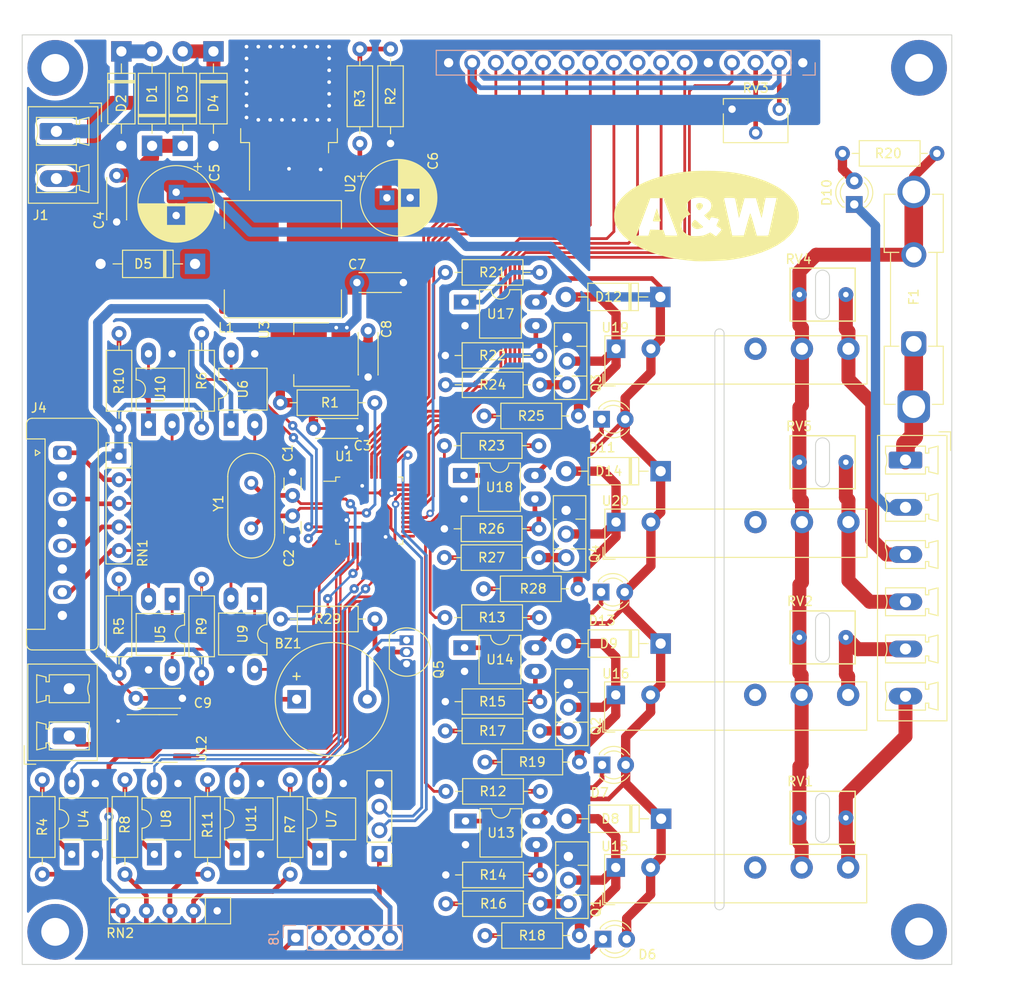
<source format=kicad_pcb>
(kicad_pcb (version 20211014) (generator pcbnew)
  (layers (0 "F.Cu" signal) (31 "B.Cu" signal) (34 "B.Paste" user) (35 "F.Paste" user) (36 "B.SilkS" user "B.Silkscreen") (37 "F.SilkS" user "F.Silkscreen") (38 "B.Mask" user) (39 "F.Mask" user) (44 "Edge.Cuts" user))
  (net 0 "")
  (net 1 "VCC")
  (net 2 "GND")
  (net 3 "+5V")
  (net 4 "Net-(C1-Pad1)")
  (net 5 "Net-(C2-Pad2)")
  (net 6 "LINE")
  (net 7 "LINE_IN")
  (net 8 "/Connectors/VO")
  (net 9 "LCD_RS")
  (net 10 "LCD_EN")
  (net 11 "LCD_D0")
  (net 12 "LCD_D1")
  (net 13 "LCD_D2")
  (net 14 "LCD_D3")
  (net 15 "LCD_D4")
  (net 16 "LCD_D5")
  (net 17 "LCD_D6")
  (net 18 "LCD_D7")
  (net 19 "RX")
  (net 20 "TX")
  (net 21 "Net-(D1-Pad2)")
  (net 22 "Net-(D3-Pad2)")
  (net 23 "Net-(D5-Pad1)")
  (net 24 "Net-(D6-Pad1)")
  (net 25 "FN_KEY_SW_IN")
  (net 26 "MID_KEY_SW_IN")
  (net 27 "HIGH_KEY_SW_IN")
  (net 28 "LOW_KEY_SW_IN")
  (net 29 "+3.3V")
  (net 30 "Net-(D7-Pad1)")
  (net 31 "Net-(D8-Pad2)")
  (net 32 "BUZZER")
  (net 33 "Net-(D9-Pad2)")
  (net 34 "Net-(D10-Pad2)")
  (net 35 "Net-(D11-Pad1)")
  (net 36 "DOOR_SW")
  (net 37 "LIMIT_SW")
  (net 38 "SEL_ROT_SW")
  (net 39 "HEATER_SW")
  (net 40 "CS1")
  (net 41 "SCK1")
  (net 42 "MISO1")
  (net 43 "Net-(D12-Pad2)")
  (net 44 "FN_KEY_SW")
  (net 45 "LOW_KEY_SW")
  (net 46 "Net-(D13-Pad1)")
  (net 47 "HIGH_KEY_SW")
  (net 48 "MID_KEY_SW")
  (net 49 "Net-(D14-Pad2)")
  (net 50 "DRUM_LEFT")
  (net 51 "DRUM_RIGHT")
  (net 52 "HEATER")
  (net 53 "FAN")
  (net 54 "Net-(Q1-Pad3)")
  (net 55 "Net-(Q2-Pad3)")
  (net 56 "Net-(Q3-Pad3)")
  (net 57 "Net-(Q4-Pad3)")
  (net 58 "TEMP+")
  (net 59 "Net-(R1-Pad2)")
  (net 60 "Net-(R2-Pad2)")
  (net 61 "Net-(R4-Pad2)")
  (net 62 "Net-(R5-Pad2)")
  (net 63 "Net-(R6-Pad2)")
  (net 64 "NEUTRAL")
  (net 65 "Net-(R7-Pad2)")
  (net 66 "DOOR_SW_IN")
  (net 67 "LIMIT_SW_IN")
  (net 68 "HEATER_SW_IN")
  (net 69 "SEL_ROT_SW_IN")
  (net 70 "FAN_LINE")
  (net 71 "HEATER_LINE")
  (net 72 "DRUM_RIGHT_LINE")
  (net 73 "DRUM_LEFT_LINE")
  (net 74 "Net-(R8-Pad2)")
  (net 75 "Net-(R9-Pad2)")
  (net 76 "Net-(R10-Pad2)")
  (net 77 "Net-(R11-Pad2)")
  (net 78 "Net-(R12-Pad2)")
  (net 79 "Net-(R13-Pad2)")
  (net 80 "Net-(R14-Pad2)")
  (net 81 "Net-(R15-Pad2)")
  (net 82 "Net-(R21-Pad2)")
  (net 83 "Net-(R22-Pad2)")
  (net 84 "Net-(R23-Pad2)")
  (net 85 "Net-(R26-Pad2)")
  (net 95 "Net-(BZ1-Pad2)")
  (net 96 "Net-(Q5-Pad2)")
  (net 97 "SWCLK")
  (net 98 "SWDIO")
  (footprint "User_Varistor:RV_Disc_D7mm_W5.7mm_P5mm" (layer "F.Cu") (at 177.332 113.2064)
    (fp_text reference "RV1")
    (fp_text value "10D431K")
    (fp_line (start 1.739744 3.3736) (end 1.739744 -0.3764) (layer "Edge.Cuts") (width 0.1))
    (fp_line (start 3.239744 -0.3764) (end 3.239744 3.3736) (layer "Edge.Cuts") (width 0.1))
    (fp_arc (start 1.739744 -0.3764) (mid 2.489744 -1.126324) (end 3.239744 -0.3764) (layer "Edge.Cuts") (width 0.1))
    (fp_arc (start 3.239744 3.3736) (mid 2.489744 4.144838) (end 1.739744 3.3736) (layer "Edge.Cuts") (width 0.1))
  )
  (footprint "Diode_THT:D_DO-41_SOD81_P10.16mm_Horizontal" (layer "F.Cu") (at 104.394 32.258 -90)
    (fp_text reference "D2")
    (fp_text value "1N4007")
  )
  (footprint "Resistor_THT:R_Axial_DIN0207_L6.3mm_D2.5mm_P10.16mm_Horizontal" (layer "F.Cu") (at 113.03 99.187 90)
    (fp_text reference "R9")
    (fp_text value "470R")
  )
  (footprint "LED_THT:LED_D3.0mm" (layer "F.Cu") (at 156.0526 71.8312)
    (fp_text reference "D11")
    (fp_text value "LED")
  )
  (footprint "Resistor_THT:R_Axial_DIN0207_L6.3mm_D2.5mm_P10.16mm_Horizontal" (layer "F.Cu") (at 113.665 120.777 90)
    (fp_text reference "R11")
    (fp_text value "470R")
  )
  (footprint "MountingHole:MountingHole_3mm_Pad" (layer "F.Cu") (at 190.2 126.95)
    (fp_text reference "H3" hide)
    (fp_text value "MountingHole")
  )
  (footprint "Resistor_THT:R_Axial_DIN0207_L6.3mm_D2.5mm_P10.16mm_Horizontal" (layer "F.Cu") (at 139.2936 120.8532)
    (fp_text reference "R14")
    (fp_text value "10k")
  )
  (footprint "Inductor_SMD:L_12x12mm_H8mm" (layer "F.Cu") (at 121.7676 54.61)
    (fp_text reference "L1")
    (fp_text value "470uH")
  )
  (footprint "Resistor_THT:R_Axial_DIN0207_L6.3mm_D2.5mm_P10.16mm_Horizontal" (layer "F.Cu") (at 139.2428 64.9732)
    (fp_text reference "R22")
    (fp_text value "10K")
  )
  (footprint "LED_THT:LED_D3.0mm" (layer "F.Cu") (at 156.21 127.762)
    (fp_text reference "D6")
    (fp_text value "LED")
  )
  (footprint "Resistor_THT:R_Axial_DIN0207_L6.3mm_D2.5mm_P10.16mm_Horizontal" (layer "F.Cu") (at 139.1412 83.6168)
    (fp_text reference "R26")
    (fp_text value "10k")
  )
  (footprint "Diode_THT:D_DO-41_SOD81_P10.16mm_Horizontal" (layer "F.Cu") (at 110.998 42.418 90)
    (fp_text reference "D3")
    (fp_text value "1N4007")
  )
  (footprint "Resistor_THT:R_Axial_DIN0207_L6.3mm_D2.5mm_P10.16mm_Horizontal" (layer "F.Cu") (at 153.67 127.3731 180)
    (fp_text reference "R18")
    (fp_text value "1k")
  )
  (footprint "Resistor_THT:R_Axial_DIN0207_L6.3mm_D2.5mm_P10.16mm_Horizontal" (layer "F.Cu") (at 139.2428 56.0324)
    (fp_text reference "R21")
    (fp_text value "1k")
  )
  (footprint "Package_TO_SOT_THT:TO-126-3_Vertical" (layer "F.Cu") (at 152.4822 118.872 -90)
    (fp_text reference "Q1")
    (fp_text value "BD139")
  )
  (footprint "Diode_THT:D_DO-41_SOD81_P10.16mm_Horizontal" (layer "F.Cu") (at 112.3188 55.118 180)
    (fp_text reference "D5")
    (fp_text value "1N5822/1N5819")
  )
  (footprint "Package_DIP:DIP-4_W7.62mm_LongPads" (layer "F.Cu") (at 141.4122 115.057)
    (fp_text reference "U13")
    (fp_text value "PC817")
  )
  (footprint "Package_DIP:DIP-4_W7.62mm_LongPads" (layer "F.Cu") (at 116.2 72.405 90)
    (fp_text reference "U6")
    (fp_text value "PC817")
  )
  (footprint "Resistor_THT:R_Axial_DIN0207_L6.3mm_D2.5mm_P10.16mm_Horizontal" (layer "F.Cu") (at 104.14 99.187 90)
    (fp_text reference "R5")
    (fp_text value "470R")
  )
  (footprint "LED_THT:LED_D3.0mm" (layer "F.Cu") (at 183.2356 48.7222 90)
    (fp_text reference "D10")
    (fp_text value "LED")
  )
  (footprint "User_Relay:Relay_SPDT_28L_5W" (layer "F.Cu") (at 168.7576 65.532)
    (fp_text reference "U19")
    (fp_text value "APE30024")
  )
  (footprint "Resistor_THT:R_Axial_DIN0207_L6.3mm_D2.5mm_P10.16mm_Horizontal" (layer "F.Cu") (at 104.14 72.771 90)
    (fp_text reference "R10")
    (fp_text value "470R")
  )
  (footprint "Fuse:Fuseholder_Clip-5x20mm_Keystone_3518P_Inline_P23.11x6.76mm_D2.44x1.70mm_Horizontal" (layer "F.Cu") (at 189.6364 70.483 90)
    (fp_text reference "F1")
    (fp_text value "Fuse")
  )
  (footprint "Resistor_THT:R_Axial_DIN0207_L6.3mm_D2.5mm_P10.16mm_Horizontal" (layer "F.Cu") (at 121.495 70.05)
    (fp_text reference "R1")
    (fp_text value "1K")
  )
  (footprint "Resistor_THT:R_Axial_DIN0207_L6.3mm_D2.5mm_P10.16mm_Horizontal" (layer "F.Cu") (at 139.2428 105.3592)
    (fp_text reference "R17")
    (fp_text value "4.7k")
  )
  (footprint "Diode_THT:D_DO-41_SOD81_P10.16mm_Horizontal" (layer "F.Cu") (at 107.696 42.418 90)
    (fp_text reference "D1")
    (fp_text value "1N4007")
  )
  (footprint "Capacitor_THT:C_Disc_D4.3mm_W1.9mm_P5.00mm" (layer "F.Cu") (at 103.886 45.6076 -90)
    (fp_text reference "C4")
    (fp_text value "100nF")
  )
  (footprint "Resistor_THT:R_Axial_DIN0207_L6.3mm_D2.5mm_P10.16mm_Horizontal" (layer "F.Cu") (at 121.5136 93.3196)
    (fp_text reference "R29")
    (fp_text value "1K")
  )
  (footprint "Resistor_THT:R_Axial_DIN0207_L6.3mm_D2.5mm_P10.16mm_Horizontal" (layer "F.Cu") (at 113.03 72.771 90)
    (fp_text reference "R6")
    (fp_text value "470R")
  )
  (footprint "Capacitor_THT:C_Disc_D3.0mm_W1.6mm_P2.50mm" (layer "F.Cu") (at 122.809 84.726 90)
    (fp_text reference "C2")
    (fp_text value "10pF")
  )
  (footprint "Resistor_THT:R_Axial_DIN0207_L6.3mm_D2.5mm_P10.16mm_Horizontal" (layer "F.Cu") (at 192.1256 43.2308 180)
    (fp_text reference "R20")
    (fp_text value "22K")
  )
  (footprint "Resistor_THT:R_Axial_DIN0207_L6.3mm_D2.5mm_P10.16mm_Horizontal" (layer "F.Cu") (at 122.555 120.777 90)
    (fp_text reference "R7")
    (fp_text value "470R")
  )
  (footprint "Capacitor_THT:C_Disc_D4.3mm_W1.9mm_P5.00mm" (layer "F.Cu") (at 130.937 62.2954 -90)
    (fp_text reference "C8")
    (fp_text value "100nF")
  )
  (footprint "Package_DIP:DIP-4_W7.62mm_LongPads" (layer "F.Cu") (at 107.31 72.405 90)
    (fp_text reference "U10")
    (fp_text value "PC817")
  )
  (footprint "Resistor_THT:R_Axial_DIN0207_L6.3mm_D2.5mm_P10.16mm_Horizontal" (layer "F.Cu") (at 153.5684 71.4756 180)
    (fp_text reference "R25")
    (fp_text value "1k")
  )
  (footprint "User_Relay:Relay_SPDT_28L_5W" (layer "F.Cu") (at 168.7245 102.7684)
    (fp_text reference "U16")
    (fp_text value "APE30024")
  )
  (footprint "Resistor_THT:R_Axial_DIN0207_L6.3mm_D2.5mm_P10.16mm_Horizontal" (layer "F.Cu") (at 139.2936 111.8616)
    (fp_text reference "R12")
    (fp_text value "1k")
  )
  (footprint "Crystal:Crystal_HC18-U_Vertical" (layer "F.Cu") (at 118.364 83.5776 90)
    (fp_text reference "Y1")
    (fp_text value "16MHz")
  )
  (footprint "Capacitor_THT:C_Disc_D3.0mm_W1.6mm_P2.50mm" (layer "F.Cu") (at 122.809 80.027 90)
    (fp_text reference "C1")
    (fp_text value "10pF")
  )
  (footprint "MountingHole:MountingHole_3mm_Pad" (layer "F.Cu") (at 190.2 34.025)
    (fp_text reference "H2" hide)
    (fp_text value "MountingHole")
  )
  (footprint "Package_TO_SOT_SMD:SOT-223-3_TabPin2" (layer "F.Cu") (at 124.85 64.875 180)
    (fp_text reference "U3")
    (fp_text value "AMS1117-3.3")
  )
  (footprint "User_Varistor:RV_Disc_D7mm_W5.7mm_P5mm" (layer "F.Cu") (at 177.332 93.8008)
    (fp_text reference "RV2")
    (fp_text value "10D431K")
    (fp_line (start 1.739744 3.3736) (end 1.739744 -0.3764) (layer "Edge.Cuts") (width 0.1))
    (fp_line (start 3.239744 -0.3764) (end 3.239744 3.3736) (layer "Edge.Cuts") (width 0.1))
    (fp_arc (start 1.739744 -0.3764) (mid 2.489744 -1.126324) (end 3.239744 -0.3764) (layer "Edge.Cuts") (width 0.1))
    (fp_arc (start 3.239744 3.3736) (mid 2.489744 4.144838) (end 1.739744 3.3736) (layer "Edge.Cuts") (width 0.1))
  )
  (footprint "User_Relay:Relay_SPDT_28L_5W" (layer "F.Cu") (at 168.7245 121.3358)
    (fp_text reference "U15")
    (fp_text value "APE30024")
  )
  (footprint "Resistor_THT:R_Axial_DIN0207_L6.3mm_D2.5mm_P10.16mm_Horizontal" (layer "F.Cu") (at 139.2428 102.2096)
    (fp_text reference "R15")
    (fp_text value "10K")
  )
  (footprint "Connector_PinHeader_2.54mm:PinHeader_1x04_P2.54mm_Vertical" (layer "F.Cu") (at 132.15 118.59 180)
    (fp_text reference "J5" hide)
    (fp_text value "B2_UART")
  )
  (footprint "Package_DIP:DIP-4_W7.62mm_LongPads" (layer "F.Cu") (at 141.3106 96.4134)
    (fp_text reference "U14")
    (fp_text value "PC817")
  )
  (footprint "Capacitor_THT:CP_Radial_D8.0mm_P2.50mm" (layer "F.Cu") (at 132.959349 48.006)
    (fp_text reference "C6")
    (fp_text value "470uF")
  )
  (footprint "Package_DIP:DIP-4_W7.62mm_LongPads" (layer "F.Cu") (at 107.945 118.633 90)
    (fp_text reference "U8")
    (fp_text value "PC817")
  )
  (footprint "Capacitor_THT:C_Disc_D4.3mm_W1.9mm_P5.00mm" (layer "F.Cu") (at 129.7324 57.1246)
    (fp_text reference "C7")
    (fp_text value "100nF")
  )
  (footprint "Connector_Phoenix_MC_HighVoltage:PhoenixContact_MCV_1,5_2-G-5.08_1x02_P5.08mm_Vertical" (layer "F.Cu") (at 97.4031 40.8607 -90)
    (fp_text reference "J1")
    (fp_text value "AC_IN")
  )
  (footprint "Capacitor_THT:C_Disc_D4.3mm_W1.9mm_P5.00mm" (layer "F.Cu") (at 125.0588 72.8218)
    (fp_text reference "C3")
    (fp_text value "100nF")
  )
  (footprint "Connector_Phoenix_MC_HighVoltage:PhoenixContact_MCV_1,5_6-G-5.08_1x06_P5.08mm_Vertical" (layer "F.Cu") (at 188.7474 76.2254 -90)
    (fp_text reference "J7" hide)
    (fp_text value "B3_output")
  )
  (footprint "Resistor_THT:R_Axial_DIN0207_L6.3mm_D2.5mm_P10.16mm_Horizontal" (layer "F.Cu") (at 133.35 42.164 90)
    (fp_text reference "R2")
    (fp_text value "3.3K")
  )
  (footprint "Diode_THT:D_DO-41_SOD81_P10.16mm_Horizontal" (layer "F.Cu") (at 162.3751 58.674 180)
    (fp_text reference "D12")
    (fp_text value "1N4148")
  )
  (footprint "Package_DIP:DIP-4_W7.62mm_LongPads" (layer "F.Cu") (at 116.835 118.633 90)
    (fp_text reference "U11")
    (fp_text value "PC817")
  )
  (footprint "Buzzer_Beeper:Buzzer_12x9.5RM7.6" (layer "F.Cu") (at 123.2508 101.9556)
    (fp_text reference "BZ1")
    (fp_text value "Buzzer")
  )
  (footprint "Package_DIP:DIP-4_W7.62mm_LongPads" (layer "F.Cu") (at 99.055 118.633 90)
    (fp_text reference "U4")
    (fp_text value "PC817")
  )
  (footprint "Diode_THT:D_DO-41_SOD81_P10.16mm_Horizontal" (layer "F.Cu") (at 114.3 32.258 -90)
    (fp_text reference "D4")
    (fp_text value "1N4007")
  )
  (footprint "MountingHole:MountingHole_3mm_Pad" (layer "F.Cu") (at 97.275 126.975)
    (fp_text reference "H4" hide)
    (fp_text value "MountingHole")
  )
  (footprint "Resistor_THT:R_Axial_DIN0207_L6.3mm_D2.5mm_P10.16mm_Horizontal" (layer "F.Cu") (at 153.5176 90.0684 180)
    (fp_text reference "R28")
    (fp_text value "1k")
  )
  (footprint "Package_DIP:DIP-4_W7.62mm_LongPads" (layer "F.Cu") (at 118.7246 91.1202 -90)
    (fp_text reference "U9")
    (fp_text value "PC817")
  )
  (footprint "LOGO" (layer "F.Cu") (at 178.294863 55.148575)
    (fp_text reference "G***" hide)
    (fp_text value "LOGO" hide)
  )
  (footprint "Capacitor_THT:CP_Radial_D8.0mm_P2.50mm" (layer "F.Cu") (at 110.2868 47.412149 -90)
    (fp_text reference "C5")
    (fp_text value "470uF")
  )
  (footprint "Resistor_THT:R_Axial_DIN0207_L6.3mm_D2.5mm_P10.16mm_Horizontal" (layer "F.Cu") (at 139.2611 68.1228)
    (fp_text reference "R24")
    (fp_text value "4.7K")
  )
  (footprint "Package_TO_SOT_THT:TO-126-3_Vertical" (layer "F.Cu") (at 152.2337 81.6356 -90)
    (fp_text reference "Q4")
    (fp_text value "BD139")
  )
  (footprint "Package_QFP:LQFP-48_7x7mm_P0.5mm" (layer "F.Cu") (at 131.064 81.661)
    (fp_text reference "U1")
    (fp_text value "STM32F103C8Tx")
  )
  (footprint "Diode_THT:D_DO-41_SOD81_P10.16mm_Horizontal" (layer "F.Cu") (at 162.4076 95.9612 180)
    (fp_text reference "D9")
    (fp_text value "1N4148")
  )
  (footprint "Resistor_THT:R_Axial_DIN0207_L6.3mm_D2.5mm_P10.16mm_Horizontal" (layer "F.Cu") (at 139.192 93.1672)
    (fp_text reference "R13")
    (fp_text value "1k")
  )
  (footprint "LED_THT:LED_D3.0mm" (layer "F.Cu") (at 156.0018 90.424)
    (fp_text reference "D13")
    (fp_text value "LED")
  )
  (footprint "Package_TO_SOT_THT:TO-92_Inline" (layer "F.Cu") (at 135.0728 95.6056 -90)
    (fp_text reference "Q5")
    (fp_text value "BC547")
  )
  (footprint "Potentiometer_THT:Potentiometer_Bourns_3266W_Vertical" (layer "F.Cu") (at 175.1688 38.4752)
    (fp_text reference "RV3")
    (fp_text value "10K")
  )
  (footprint "Resistor_THT:R_Axial_DIN0207_L6.3mm_D2.5mm_P10.16mm_Horizontal" (layer "F.Cu") (at 130.048 32.004 -90)
    (fp_text reference "R3")
    (fp_text value "10K")
  )
  (footprint "LED_THT:LED_D3.0mm" (layer "F.Cu") (at 156.1034 109.0168)
    (fp_text reference "D7")
    (fp_text value "LED")
  )
  (footprint "Connector_Phoenix_MC_HighVoltage:PhoenixContact_MCV_1,5_2-G-5.08_1x02_P5.08mm_Vertical" (layer "F.Cu") (at 98.7865 105.9005 90)
    (fp_text reference "J3" hide)
    (fp_text value "B2_TEMP")
  )
  (footprint "Package_DIP:DIP-4_W7.62mm_LongPads" (layer "F.Cu") (at 141.3614 59.2278)
    (fp_text reference "U17")
    (fp_text value "PC817")
  )
  (footprint "Package_TO_SOT_SMD:TO-263-5_TabPin3" (layer "F.Cu") (at 122.428 39.116 90)
    (fp_text reference "U2")
    (fp_text value "LM2596S-ADJ")
  )
  (footprint "Diode_THT:D_DO-41_SOD81_P10.16mm_Horizontal" (layer "F.Cu") (at 162.4076 77.4192 180)
    (fp_text reference "D14")
    (fp_text value "1N4148")
  )
  (footprint "Diode_THT:D_DO-41_SOD81_P10.16mm_Horizontal" (layer "F.Cu") (at 162.4584 114.808 180)
    (fp_text reference "D8")
    (fp_text value "1N4148")
  )
  (footprint "Resistor_THT:R_Axial_DIN0207_L6.3mm_D2.5mm_P10.16mm_Horizontal" (layer "F.Cu") (at 153.67 108.712 180)
    (fp_text reference "R19")
    (fp_text value "1k")
  )
  (footprint "Resistor_THT:R_Array_SIP5" (layer "F.Cu") (at 114.701 124.714 180)
    (fp_text reference "RN2")
    (fp_text value "10K")
  )
  (footprint "Package_DIP:DIP-4_W7.62mm_LongPads" (layer "F.Cu") (at 109.86 91.171 -90)
    (fp_text reference "U5")
    (fp_text value "PC817")
  )
  (footprint "Resistor_THT:R_Axial_DIN0207_L6.3mm_D2.5mm_P10.16mm_Horizontal" (layer "F.Cu") (at 139.2936 123.952)
    (fp_text reference "R16")
    (fp_text value "4.7K")
  )
  (footprint "Resistor_THT:R_Axial_DIN0207_L6.3mm_D2.5mm_P10.16mm_Horizontal" (layer "F.Cu") (at 139.1412 86.7156)
    (fp_text reference "R27")
    (fp_text value "4.7K")
  )
  (footprint "Capacitor_THT:C_Disc_D4.3mm_W1.9mm_P5.00mm" (layer "F.Cu") (at 110.958 101.854 180)
    (fp_text reference "C9")
    (fp_text value "100n")
  )
  (footprint "User_Varistor:RV_Disc_D7mm_W5.7mm_P5mm" (layer "F.Cu") (at 177.332 56.92)
    (fp_text reference "RV4")
    (fp_text value "10D431K")
    (fp_line (start 1.739744 3.3736) (end 1.739744 -0.3764) (layer "Edge.Cuts") (width 0.1))
    (fp_line (start 3.239744 -0.3764) (end 3.239744 3.3736) (layer "Edge.Cuts") (width 0.1))
    (fp_arc (start 3.239744 3.3736) (mid 2.489744 4.144838) (end 1.739744 3.3736) (layer "Edge.Cuts") (width 0.1))
    (fp_arc (start 1.739744 -0.3764) (mid 2.489744 -1.126324) (end 3.239744 -0.3764) (layer "Edge.Cuts") (width 0.1))
  )
  (footprint "Package_DIP:DIP-4_W7.62mm_LongPads" (layer "F.Cu") (at 141.2598 77.8714)
    (fp_text reference "U18")
    (fp_text value "PC817")
  )
  (footprint "Resistor_THT:R_Axial_DIN0207_L6.3mm_D2.5mm_P10.16mm_Horizontal" (layer "F.Cu") (at 95.885 120.777 90)
    (fp_text reference "R4")
    (fp_text value "470R")
  )
  (footprint "Connector_Stocko:Stocko_MKS_1658-6-0-808_1x8_P2.50mm_Vertical" (layer "F.Cu") (at 98.044 75.438 -90)
    (fp_text reference "J4")
    (fp_text value "B2_INPUT")
  )
  (footprint "Package_TO_SOT_THT:TO-126-3_Vertical" (layer "F.Cu") (at 152.4822 100.2792 -90)
    (fp_text reference "Q2")
    (fp_text value "BD139")
  )
  (footprint "Resistor_THT:R_Array_SIP5" (layer "F.Cu") (at 104.14 75.799 -90)
    (fp_text reference "RN1")
    (fp_text value "10K")
  )
  (footprint "Resistor_THT:R_Axial_DIN0207_L6.3mm_D2.5mm_P10.16mm_Horizontal" (layer "F.Cu") (at 104.775 120.777 90)
    (fp_text reference "R8")
    (fp_text value "470R")
  )
  (footprint "Package_TO_SOT_THT:TO-126-3_Vertical" (layer "F.Cu") (at 152.3481 63.0428 -90)
    (fp_text reference "Q3")
    (fp_text value "BD139")
  )
  (footprint "MountingHole:MountingHole_3mm_Pad" (layer "F.Cu") (at 97.282 34.036)
    (fp_text reference "H1" hide)
    (fp_text value "MountingHole")
  )
  (footprint "Package_DIP:DIP-4_W7.62mm_LongPads" (layer "F.Cu") (at 125.725 118.633 90)
    (fp_text reference "U7")
    (fp_text value "PC817")
  )
  (footprint "User_Relay:Relay_SPDT_28L_5W" (layer "F.Cu") (at 168.7576 84.1756)
    (fp_text reference "U20")
    (fp_text value "APE30024")
  )
  (footprint "User_Varistor:RV_Disc_D7mm_W5.7mm_P5mm" (layer "F.Cu") (at 177.332 74.954)
    (fp_text reference "RV5")
    (fp_text value "10D431K")
    (fp_line (start 3.239744 -0.3764) (end 3.239744 3.3736) (layer "Edge.Cuts") (width 0.1))
    (fp_line (start 1.739744 3.3736) (end 1.739744 -0.3764) (layer "Edge.Cuts") (width 0.1))
    (fp_arc (start 3.239744 3.3736) (mid 2.489744 4.144838) (end 1.739744 3.3736) (layer "Edge.Cuts") (width 0.1))
    (fp_arc (start 1.739744 -0.3764) (mid 2.489744 -1.126324) (end 3.239744 -0.3764) (layer "Edge.Cuts") (width 0.1))
  )
  (footprint "Package_SO:SOIC-8_3.9x4.9mm_P1.27mm" (layer "F.Cu") (at 108.458 106.172)
    (fp_text reference "U12")
    (fp_text value "MAX6675")
  )
  (footprint "Resistor_THT:R_Axial_DIN0207_L6.3mm_D2.5mm_P10.16mm_Horizontal" (layer "F.Cu") (at 139.1412 74.676)
    (fp_text reference "R23")
    (fp_text value "1k")
  )
  (footprint "Connector_PinHeader_2.54mm:PinHeader_1x05_P2.54mm_Vertical" (layer "B.Cu") (at 123.1392 127.6096 -90)
    (fp_text reference "J8")
    (fp_text value "Conn_01x05")
  )
  (footprint "Connector_PinHeader_2.54mm:PinHeader_1x16_P2.54mm_Vertical" (layer "B.Cu") (at 177.6984 33.4772 90)
    (fp_text reference "J2" hide)
    (fp_text value "B1_B2_LCD" hide)
  )
  (gr_arc (start 168.234 62.6108) (mid 168.734 62.1108) (end 169.234 62.6108) (layer "Edge.Cuts") (width 0.1))
  (gr_line (start 168.234 62.6108) (end 168.234 124.1044) (layer "Edge.Cuts") (width 0.1))
  (gr_arc (start 169.234 124.1044) (mid 168.734 124.6044) (end 168.234 124.1044) (layer "Edge.Cuts") (width 0.1))
  (gr_rect locked (start 93.726 30.48) (end 193.726 130.48) (layer "Edge.Cuts") (width 0.1) (fill none))
  (gr_line (start 169.234 124.1044) (end 169.234 62.6108) (layer "Edge.Cuts") (width 0.1))
  (segment (start 158.5418 92.0954) (end 162.4076 95.9612) (width 1) (layer "F.Cu") (net 1))
  (segment (start 161.3596 82.8926) (end 162.4076 81.8446) (width 1) (layer "F.Cu") (net 1))
  (segment (start 158.5418 90.424) (end 158.5418 92.0954) (width 1) (layer "F.Cu") (net 1))
  (segment (start 162.3751 58.674) (end 162.3751 63.2335) (width 1) (layer "F.Cu") (net 1))
  (segment (start 158.6434 110.993) (end 162.4584 114.808) (width 1) (layer "F.Cu") (net 1))
  (segment (start 156.718 93.8022) (end 158.5418 91.9784) (width 0.5) (layer "F.Cu") (net 1))
  (segment (start 161.3265 120.0528) (end 161.3265 122.9503) (width 1) (layer "F.Cu") (net 1))
  (segment (start 158.6434 110.8506) (end 158.6434 109.0168) (width 0.5) (layer "F.Cu") (net 1))
  (segment (start 162.3751 63.2335) (end 161.3596 64.249) (width 1) (layer "F.Cu") (net 1))
  (segment (start 149.0322 115.057) (end 149.0322 115.0516) (width 0.5) (layer "F.Cu") (net 1))
  (segment (start 162.3751 57.6001) (end 162.3751 58.674) (width 0.5) (layer "F.Cu") (net 1))
  (segment (start 158.5926 69.5502) (end 158.5926 71.8312) (width 1) (layer "F.Cu") (net 1))
  (segment (start 107.696 43.688) (end 107.696 42.418) (width 1.5) (layer "F.Cu") (net 1))
  (segment (start 161.3596 87.6062) (end 161.3596 82.8926) (width 1) (layer "F.Cu") (net 1))
  (segment (start 161.3265 122.9503) (end 158.75 125.5268) (width 1) (layer "F.Cu") (net 1))
  (segment (start 162.4584 118.9209) (end 161.3265 120.0528) (width 1) (layer "F.Cu") (net 1))
  (segment (start 162.4076 95.9612) (end 162.4076 100.4043) (width 1) (layer "F.Cu") (net 1))
  (segment (start 161.3596 66.7832) (end 158.5926 69.5502) (width 1) (layer "F.Cu") (net 1))
  (segment (start 151.511 56.6928) (end 161.4678 56.6928) (width 0.5) (layer "F.Cu") (net 1))
  (segment (start 161.4678 56.6928) (end 162.3751 57.6001) (width 0.5) (layer "F.Cu") (net 1))
  (segment (start 151.237 75.5142) (end 154.9096 75.5142) (width 0.5) (layer "F.Cu") (net 1))
  (segment (start 161.3265 101.4854) (end 161.3265 103.3415) (width 1) (layer "F.Cu") (net 1))
  (segment (start 108.482251 45.6076) (end 110.2868 47.412149) (width 1.5) (layer "F.Cu") (net 1))
  (segment (start 148.9814 59.2278) (end 148.9814 59.2224) (width 0.5) (layer "F.Cu") (net 1))
  (segment (start 148.9306 96.408) (end 151.5364 93.8022) (width 0.5) (layer "F.Cu") (net 1))
  (segment (start 151.4094 112.6744) (end 156.8196 112.6744) (width 0.5) (layer "F.Cu") (net 1))
  (segment (start 107.696 42.418) (end 110.998 42.418) (width 1.5) (layer "F.Cu") (net 1))
  (segment (start 161.3596 64.249) (end 161.3596 66.7832) (width 1) (layer "F.Cu") (net 1))
  (segment (start 161.3265 103.3415) (end 158.6434 106.0246) (width 1) (layer "F.Cu") (net 1))
  (segment (start 151.5364 93.8022) (end 156.718 93.8022) (width 0.5) (layer "F.Cu") (net 1))
  (segment (start 158.6434 109.0168) (end 158.6434 110.993) (width 1) (layer "F.Cu") (net 1))
  (segment (start 158.75 125.5268) (end 158.75 127.762) (width 1) (layer "F.Cu") (net 1))
  (segment (start 162.4584 114.808) (end 162.4584 118.9209) (width 1) (layer "F.Cu") (net 1))
  (segment (start 148.9814 59.2224) (end 151.511 56.6928) (width 0.5) (layer "F.Cu") (net 1))
  (segment (start 162.4076 100.4043) (end 161.3265 101.4854) (width 1) (layer "F.Cu") (net 1))
  (segment (start 148.8798 77.8714) (end 151.237 75.5142) (width 0.5) (layer "F.Cu") (net 1))
  (segment (start 158.5926 71.8312) (end 158.5926 73.6042) (width 1) (layer "F.Cu") (net 1))
  (segment (start 162.4076 81.8446) (end 162.4076 77.4192) (width 1) (layer "F.Cu") (net 1))
  (segment (start 105.7764 45.6076) (end 107.696 43.688) (width 1.5) (layer "F.Cu") (net 1))
  (segment (start 158.5418 91.9784) (end 158.5418 90.424) (width 0.5) (layer "F.Cu") (net 1))
  (segment (start 158.5926 73.6042) (end 162.4076 77.4192) (width 1) (layer "F.Cu") (net 1))
  (segment (start 103.886 45.6076) (end 105.7764 45.6076) (width 1.5) (layer "F.Cu") (net 1))
  (segment (start 148.9306 96.4134) (end 148.9306 96.408) (width 0.5) (layer "F.Cu") (net 1))
  (segment (start 149.0322 115.0516) (end 151.4094 112.6744) (width 0.5) (layer "F.Cu") (net 1))
  (segment (start 154.9096 75.5142) (end 158.5926 71.8312) (width 0.5) (layer "F.Cu") (net 1))
  (segment (start 158.5418 90.424) (end 161.3596 87.6062) (width 1) (layer "F.Cu") (net 1))
  (segment (start 156.8196 112.6744) (end 158.6434 110.8506) (width 0.5) (layer "F.Cu") (net 1))
  (segment (start 158.6434 106.0246) (end 158.6434 109.0168) (width 1) (layer "F.Cu") (net 1))
  (segment (start 103.886 45.6076) (end 108.482251 45.6076) (width 1.5) (layer "F.Cu") (net 1))
  (segment (start 150.5712 53.2384) (end 141.5034 53.2384) (width 1) (layer "B.Cu") (net 1))
  (segment (start 139.954 51.689) (end 118.2624 51.689) (width 1) (layer "B.Cu") (net 1))
  (segment (start 156.0068 58.674) (end 150.5712 53.2384) (width 1) (layer "B.Cu") (net 1))
  (segment (start 141.5034 53.2384) (end 139.954 51.689) (width 1) (layer "B.Cu") (net 1))
  (segment (start 113.985549 47.412149) (end 110.2868 47.412149) (width 1) (layer "B.Cu") (net 1))
  (segment (start 162.3751 58.674) (end 156.0068 58.674) (width 1) (layer "B.Cu") (net 1))
  (segment (start 118.2624 51.689) (end 113.985549 47.412149) (width 1) (layer "B.Cu") (net 1))
  (segment (start 105.983 104.267) (end 104.0638 104.267) (width 0.5) (layer "F.Cu") (net 2))
  (segment (start 128.5745 74.85) (end 128.5745 75.4829) (width 0.3) (layer "F.Cu") (net 2))
  (segment (start 130.314 78.982) (end 130.302 78.994) (width 0.3) (layer "F.Cu") (net 2))
  (segment (start 133.314 84.9839) (end 133.314 85.8235) (width 0.3) (layer "F.Cu") (net 2))
  (segment (start 128.5745 75.4829) (end 128.8208 75.7292) (width 0.3) (layer "F.Cu") (net 2))
  (segment (start 132.8166 84.4865) (end 133.314 84.9839) (width 0.3) (layer "F.Cu") (net 2))
  (segment (start 130.314 77.4985) (end 130.314 78.982) (width 0.3) (layer "F.Cu") (net 2))
  (segment (start 133.450943 79.788062) (end 133.828005 79.411) (width 0.3) (layer "F.Cu") (net 2))
  (segment (start 105.983 105.537) (end 105.983 104.267) (width 0.5) (layer "F.Cu") (net 2))
  (segment (start 128.8208 76.102307) (end 128.814 76.109107) (width 0.3) (layer "F.Cu") (net 2))
  (segment (start 128.3342 82.411) (end 128.6002 82.677) (width 0.3) (layer "F.Cu") (net 2))
  (segment (start 128.814 76.109107) (end 128.814 77.4985) (width 0.3) (layer "F.Cu") (net 2))
  (segment (start 122.428 44.891) (end 122.428 35.741) (width 1) (layer "F.Cu") (net 2))
  (segment (start 133.828005 79.411) (end 135.2265 79.411) (width 0.3) (layer "F.Cu") (net 2))
  (segment (start 126.9015 82.411) (end 128.3342 82.411) (width 0.3) (layer "F.Cu") (net 2))
  (segment (start 128.8208 75.7292) (end 128.8208 76.102307) (width 0.3) (layer "F.Cu") (net 2))
  (segment (start 104.0638 104.267) (end 104.0384 104.2924) (width 0.5) (layer "F.Cu") (net 2))
  (via (at 122.936 39.624) (size 1) (drill 0.4) (layers "F.Cu" "B.Cu") (net 2))
  (via (at 125.8316 44.958) (size 1) (drill 0.4) (layers "F.Cu" "B.Cu") (net 2))
  (via (at 130.302 78.994) (size 0.8) (drill 0.4) (layers "F.Cu" "B.Cu") (net 2))
  (via (at 128.5745 74.85) (size 0.8) (drill 0.4) (layers "F.Cu" "B.Cu") (net 2))
  (via (at 124.206 39.624) (size 1) (drill 0.4) (layers "F.Cu" "B.Cu") (net 2))
  (via (at 126.746 39.624) (size 1) (drill 0.4) (layers "F.Cu" "B.Cu") (net 2))
  (via (at 133.450943 79.788062) (size 0.8) (drill 0.4) (layers "F.Cu" "B.Cu") (net 2))
  (via (at 126.746 31.75) (size 1) (drill 0.4) (layers "F.Cu" "B.Cu") (net 2))
  (via (at 120.396 31.75) (size 1) (drill 0.4) (layers "F.Cu" "B.Cu") (net 2))
  (via (at 117.856 33.02) (size 1) (drill 0.4) (layers "F.Cu" "B.Cu") (net 2))
  (via (at 126.746 35.56) (size 1) (drill 0.4) (layers "F.Cu" "B.Cu") (net 2))
  (via (at 119.126 39.624) (size 1) (drill 0.4) (layers "F.Cu" "B.Cu") (net 2))
  (via (at 120.396 39.624) (size 1) (drill 0.4) (layers "F.Cu" "B.Cu") (net 2))
  (via (at 119.126 31.75) (size 1) (drill 0.4) (layers "F.Cu" "B.Cu") (net 2))
  (via (at 117.856 36.83) (size 1) (drill 0.4) (layers "F.Cu" "B.Cu") (net 2))
  (via (at 125.476 31.75) (size 1) (drill 0.4) (layers "F.Cu" "B.Cu") (net 2))
  (via (at 126.746 38.1) (size 1) (drill 0.4) (layers "F.Cu" "B.Cu") (net 2))
  (via (at 124.206 31.75) (size 1) (drill 0.4) (layers "F.Cu" "B.Cu") (net 2))
  (via (at 117.856 31.75) (size 1) (drill 0.4) (layers "F.Cu" "B.Cu") (net 2))
  (via (at 121.666 39.624) (size 1) (drill 0.4) (layers "F.Cu" "B.Cu") (net 2))
  (via (at 117.856 39.37) (size 1) (drill 0.4) (layers "F.Cu" "B.Cu") (net 2))
  (via (at 125.476 39.624) (size 1) (drill 0.4) (layers "F.Cu" "B.Cu") (net 2))
  (via (at 126.746 33.02) (size 1) (drill 0.4) (layers "F.Cu" "B.Cu") (net 2))
  (via (at 126.746 36.83) (size 1) (drill 0.4) (layers "F.Cu" "B.Cu") (net 2))
  (via (at 122.936 31.75) (size 1) (drill 0.4) (layers "F.Cu" "B.Cu") (net 2))
  (via (at 117.856 38.1) (size 1) (drill 0.4) (layers "F.Cu" "B.Cu") (net 2))
  (via (at 117.856 34.29) (size 1) (drill 0.4) (layers "F.Cu" "B.Cu") (net 2))
  (via (at 104.0384 104.2924) (size 0.8) (drill 0.4) (layers "F.Cu" "B.Cu") (net 2))
  (via (at 117.856 35.56) (size 1) (drill 0.4) (layers "F.Cu" "B.Cu") (net 2))
  (via (at 121.666 31.75) (size 1) (drill 0.4) (layers "F.Cu" "B.Cu") (net 2))
  (via (at 126.746 34.29) (size 1) (drill 0.4) (layers "F.Cu" "B.Cu") (net 2))
  (via (at 128.6002 82.677) (size 0.8) (drill 0.4) (layers "F.Cu" "B.Cu") (net 2))
  (via (at 122.428 44.891) (size 1) (drill 0.4) (layers "F.Cu" "B.Cu") (net 2))
  (via (at 132.8166 84.4865) (size 0.8) (drill 0.4) (layers "F.Cu" "B.Cu") (net 2))
  (segment (start 107.7468 101.854) (end 108.5596 102.6668) (width 0.5) (layer "F.Cu") (net 3))
  (segment (start 113.03 99.187) (end 113.03 100.9396) (width 0.5) (layer "F.Cu") (net 3))
  (segment (start 104.14 100.036) (end 104.14 99.187) (width 0.3) (layer "F.Cu") (net 3))
  (segment (start 132.15 118.59) (end 132.15 123.225) (width 0.5) (layer "F.Cu") (net 3))
  (segment (start 113.03 100.9396) (end 114.046 101.9556) (width 0.5) (layer "F.Cu") (net 3))
  (segment (start 142.1384 36.6776) (end 132.959349 45.856651) (width 1) (layer "F.Cu") (net 3))
  (segment (start 103.05 109.05) (end 104.025 108.075) (width 0.5) (layer "F.Cu") (net 3))
  (segment (start 108.5596 107.2388) (end 107.7214 108.077) (width 0.5) (layer "F.Cu") (net 3))
  (segment (start 105.958 101.854) (end 104.14 100.036) (width 0.3) (layer "F.Cu") (net 3))
  (segment (start 130.6576 45.704251) (end 130.6576 47.4472) (width 0.5) (layer "F.Cu") (net 3))
  (segment (start 107.7214 108.077) (end 105.983 108.077) (width 0.5) (layer "F.Cu") (net 3))
  (segment (start 132.15 123.225) (end 133.2992 124.3742) (width 0.5) (layer "F.Cu") (net 3))
  (segment (start 142.1384 33.4772) (end 142.1384 36.6776) (width 1) (layer "F.Cu") (net 3))
  (segment (start 105.958 101.854) (end 107.7468 101.854) (width 0.5) (layer "F.Cu") (net 3))
  (segment (start 130.048 45.094651) (end 130.6576 45.704251) (width 0.5) (layer "F.Cu") (net 3))
  (segment (start 104.025 108.075) (end 105.981 108.075) (width 0.5) (layer "F.Cu") (net 3))
  (segment (start 103.05 114.6) (end 103.05 109.05) (width 0.5) (layer "F.Cu") (net 3))
  (segment (start 175.1688 38.4752) (end 175.1688 33.4876) (width 0.5) (layer "F.Cu") (net 3))
  (segment (start 175.1688 33.4876) (end 175.1584 33.4772) (width 0.5) (layer "F.Cu") (net 3))
  (segment (start 132.959349 45.856651) (end 132.959349 48.006) (width 1) (layer "F.Cu") (net 3))
  (segment (start 108.5596 102.6668) (end 108.5596 107.2388) (width 0.5) (layer "F.Cu") (net 3))
  (segment (start 114.046 101.9556) (end 123.2508 101.9556) (width 0.5) (layer "F.Cu") (net 3))
  (segment (start 105.981 108.075) (end 105.983 108.077) (width 0.5) (layer "F.Cu") (net 3))
  (segment (start 133.2992 124.3742) (end 133.2992 127.6096) (width 0.5) (layer "F.Cu") (net 3))
  (segment (start 130.048 42.164) (end 130.048 45.094651) (width 0.5) (layer "F.Cu") (net 3))
  (via (at 127.508 61.976) (size 1) (drill 0.4) (layers "F.Cu" "B.Cu") (net 3))
  (via (at 128.651 61.976) (size 1) (drill 0.4) (layers "F.Cu" "B.Cu") (net 3))
  (via (at 103.05 114.6) (size 1) (drill 0.4) (layers "F.Cu" "B.Cu") (net 3))
  (segment (start 128.651 61.976) (end 127.508 61.976) (width 1) (layer "B.Cu") (net 3))
  (segment (start 104.14 71.0184) (end 104.8512 70.3072) (width 0.5) (layer "B.Cu") (net 3))
  (segment (start 103.1 121.375) (end 103.05 121.325) (width 0.5) (layer "B.Cu") (net 3))
  (segment (start 113.03 97.4852) (end 113.03 99.187) (width 0.5) (layer "B.Cu") (net 3))
  (segment (start 101.5238 76.9112) (end 101.5238 96.5708) (width 1) (layer "B.Cu") (net 3))
  (segment (start 112.268 70.3072) (end 113.03 71.0692) (width 0.5) (layer "B.Cu") (net 3))
  (segment (start 129.7324 60.8946) (end 128.651 61.976) (width 1) (layer "B.Cu") (net 3))
  (segment (start 113.03 71.0692) (end 113.03 72.771) (width 0.5) (layer "B.Cu") (net 3))
  (segment (start 101.5238 96.5708) (end 104.14 99.187) (width 1) (layer "B.Cu") (net 3))
  (segment (start 115.57 61.976) (end 113.538 59.944) (width 1) (layer "B.Cu") (net 3))
  (segment (start 174.4218 36.1696) (end 143.0274 36.1696) (width 0.5) (layer "B.Cu") (net 3))
  (segment (start 143.0274 36.1696) (end 142.1384 35.2806) (width 0.5) (layer "B.Cu") (net 3))
  (segment (start 104.325 122.6) (end 103.1 121.375) (width 0.5) (layer "B.Cu") (net 3))
  (segment (start 129.7324 57.1246) (end 129.7324 60.8946) (width 1) (layer "B.Cu") (net 3))
  (segment (start 101.854 61.4172) (end 101.854 70.485) (width 1) (layer "B.Cu") (net 3))
  (segment (start 104.14 99.187) (end 104.14 97.4852) (width 0.5) (layer "B.Cu") (net 3))
  (segment (start 104.14 75.799) (end 102.636 75.799) (width 1) (layer "B.Cu") (net 3))
  (segment (start 103.05 121.325) (end 103.05 114.6) (width 0.5) (layer "B.Cu") (net 3))
  (segment (start 104.8512 70.3072) (end 112.268 70.3072) (width 0.5) (layer "B.Cu") (net 3))
  (segment (start 105.0036 96.6216) (end 112.1664 96.6216) (width 0.5) (layer "B.Cu") (net 3))
  (segment (start 102.636 75.799) (end 101.5238 76.9112) (width 1) (layer "B.Cu") (net 3))
  (segment (start 101.854 70.485) (end 104.14 72.771) (width 1) (layer "B.Cu") (net 3))
  (segment (start 113.538 59.944) (end 103.3272 59.944) (width 1) (layer "B.Cu") (net 3))
  (segment (start 112.1664 96.6216) (end 113.03 97.4852) (width 0.5) (layer "B.Cu") (net 3))
  (segment (start 133.2992 124.3242) (end 131.575 122.6) (width 0.5) (layer "B.Cu") (net 3))
  (segment (start 175.1584 35.433) (end 174.4218 36.1696) (width 0.5) (layer "B.Cu") (net 3))
  (segment (start 127.508 61.976) (end 115.57 61.976) (width 1) (layer "B.Cu") (net 3))
  (segment (start 175.1584 33.4772) (end 175.1584 35.433) (width 0.5) (layer "B.Cu") (net 3))
  (segment (start 104.14 72.771) (end 104.14 71.0184) (width 0.5) (layer "B.Cu") (net 3))
  (segment (start 131.575 122.6) (end 104.325 122.6) (width 0.5) (layer "B.Cu") (net 3))
  (segment (start 104.14 72.771) (end 104.14 75.799) (width 1) (layer "B.Cu") (net 3))
  (segment (start 103.3272 59.944) (end 101.854 61.4172) (width 1) (layer "B.Cu") (net 3))
  (segment (start 133.2992 127.6096) (end 133.2992 124.3242) (width 0.5) (layer "B.Cu") (net 3))
  (segment (start 104.14 97.4852) (end 105.0036 96.6216) (width 0.5) (layer "B.Cu") (net 3))
  (segment (start 142.1384 35.2806) (end 142.1384 33.4772) (width 0.5) (layer "B.Cu") (net 3))
  (segment (start 123.693 80.911) (end 122.809 80.027) (width 0.3) (layer "F.Cu") (net 4))
  (segment (start 119.7134 80.027) (end 118.364 78.6776) (width 0.5) (layer "F.Cu") (net 4))
  (segment (start 122.809 80.027) (end 119.7134 80.027) (width 0.5) (layer "F.Cu") (net 4))
  (segment (start 126.9015 80.911) (end 123.693 80.911) (width 0.3) (layer "F.Cu") (net 4))
  (segment (start 122.809 82.226) (end 119.7156 82.226) (width 0.5) (layer "F.Cu") (net 5))
  (segment (start 123.624 81.411) (end 122.809 82.226) (width 0.3) (layer "F.Cu") (net 5))
  (segment (start 126.9015 81.411) (end 123.624 81.411) (width 0.3) (layer "F.Cu") (net 5))
  (segment (start 119.7156 82.226) (end 118.364 83.5776) (width 0.5) (layer "F.Cu") (net 5))
  (segment (start 188.7474 74.549) (end 189.6364 73.66) (width 2) (layer "F.Cu") (net 6))
  (segment (start 188.7474 76.2254) (end 188.7474 74.549) (width 2) (layer "F.Cu") (net 6))
  (segment (start 189.6364 73.66) (end 189.6364 70.483) (width 2) (layer "F.Cu") (net 6))
  (segment (start 189.6364 70.483) (end 189.6364 63.723) (width 2) (layer "F.Cu") (net 6))
  (segment (start 189.6364 54.133) (end 189.6364 47.373) (width 2) (layer "F.Cu") (net 7))
  (segment (start 177.5765 108.9609) (end 177.332 109.2054) (width 1.5) (layer "F.Cu") (net 7))
  (segment (start 177.332 114.705) (end 177.332 117.4134) (width 1.5) (layer "F.Cu") (net 7))
  (segment (start 177.332 95.2994) (end 177.332 99.1254) (width 1.5) (layer "F.Cu") (net 7))
  (segment (start 179.1406 54.133) (end 177.332 55.9416) (width 1.5) (layer "F.Cu") (net 7))
  (segment (start 177.5765 101.4854) (end 177.5765 108.9609) (width 1.5) (layer "F.Cu") (net 7))
  (segment (start 177.332 76.4526) (end 177.332 80.3294) (width 1.5) (layer "F.Cu") (net 7))
  (segment (start 177.5765 99.3699) (end 177.5765 101.4854) (width 1.5) (layer "F.Cu") (net 7))
  (segment (start 177.332 58.4186) (end 177.332 61.7366) (width 1.5) (layer "F.Cu") (net 7))
  (segment (start 177.6096 80.607) (end 177.6096 82.8926) (width 1.5) (layer "F.Cu") (net 7))
  (segment (start 177.332 99.1254) (end 177.5765 99.3699) (width 1.5) (layer "F.Cu") (net 7))
  (segment (start 177.6096 89.3698) (end 177.332 89.6474) (width 1.5) (layer "F.Cu") (net 7))
  (segment (start 177.332 76.5034) (end 177.332 70.572) (width 1.5) (layer "F.Cu") (net 7))
  (segment (start 177.332 55.9416) (end 177.332 58.4186) (width 1.5) (layer "F.Cu") (net 7))
  (segment (start 177.6096 82.8926) (end 177.6096 89.3698) (width 1.5) (layer "F.Cu") (net 7))
  (segment (start 177.332 117.4134) (end 177.5765 117.6579) (width 1.5) (layer "F.Cu") (net 7))
  (segment (start 189.6364 45.72) (end 192.1256 43.2308) (width 1) (layer "F.Cu") (net 7))
  (segment (start 177.332 70.572) (end 177.6096 70.2944) (width 1.5) (layer "F.Cu") (net 7))
  (segment (start 177.6096 62.0142) (end 177.6096 64.249) (width 1.5) (layer "F.Cu") (net 7))
  (segment (start 177.5765 117.6579) (end 177.5765 120.0528) (width 1.5) (layer "F.Cu") (net 7))
  (segment (start 177.332 80.3294) (end 177.6096 80.607) (width 1.5) (layer "F.Cu") (net 7))
  (segment (start 177.332 61.7366) (end 177.6096 62.0142) (width 1.5) (layer "F.Cu") (net 7))
  (segment (start 177.332 109.2054) (end 177.332 114.705) (width 1.5) (layer "F.Cu") (net 7))
  (segment (start 177.6096 70.2944) (end 177.6096 64.249) (width 1.5) (layer "F.Cu") (net 7))
  (segment (start 189.6364 54.133) (end 179.1406 54.133) (width 1.5) (layer "F.Cu") (net 7))
  (segment (start 189.6364 47.373) (end 189.6364 45.72) (width 1) (layer "F.Cu") (net 7))
  (segment (start 177.332 89.6474) (end 177.332 95.2994) (width 1.5) (layer "F.Cu") (net 7))
  (segment (start 172.6288 41.0152) (end 172.6288 33.4876) (width 0.5) (layer "F.Cu") (net 8))
  (segment (start 172.6288 33.4876) (end 172.6184 33.4772) (width 0.5) (layer "F.Cu") (net 8))
  (segment (start 142.2146 70.925824) (end 140.140824 72.9996) (width 0.3) (layer "F.Cu") (net 9))
  (segment (start 170.0784 35.5092) (end 169.6466 35.941) (width 0.3) (layer "F.Cu") (net 9))
  (segment (start 147.2184 55.245) (end 147.2184 68.394012) (width 0.3) (layer "F.Cu") (net 9))
  (segment (start 137.9728 80.1116) (end 137.1734 80.911) (width 0.3) (layer "F.Cu") (net 9))
  (segment (start 166.0906 35.941) (end 165.4984 36.5332) (width 0.3) (layer "F.Cu") (net 9))
  (segment (start 165.4984 36.5332) (end 165.4984 53.318506) (width 0.3) (layer "F.Cu") (net 9))
  (segment (start 169.6466 35.941) (end 166.0906 35.941) (width 0.3) (layer "F.Cu") (net 9))
  (segment (start 148.0566 54.4068) (end 147.2184 55.245) (width 0.3) (layer "F.Cu") (net 9))
  (segment (start 143.3068 69.8246) (end 142.2146 70.9168) (width 0.3) (layer "F.Cu") (net 9))
  (segment (start 164.410106 54.4068) (end 148.0566 54.4068) (width 0.3) (layer "F.Cu") (net 9))
  (segment (start 142.2146 70.9168) (end 142.2146 70.925824) (width 0.3) (layer "F.Cu") (net 9))
  (segment (start 137.1734 80.911) (end 135.2265 80.911) (width 0.3) (layer "F.Cu") (net 9))
  (segment (start 145.787812 69.8246) (end 143.3068 69.8246) (width 0.3) (layer "F.Cu") (net 9))
  (segment (start 137.9728 73.66) (end 137.9728 80.1116) (width 0.3) (layer "F.Cu") (net 9))
  (segment (start 138.6332 72.9996) (end 137.9728 73.66) (width 0.3) (layer "F.Cu") (net 9))
  (segment (start 140.140824 72.9996) (end 138.6332 72.9996) (width 0.3) (layer "F.Cu") (net 9))
  (segment (start 170.0784 33.4772) (end 170.0784 35.5092) (width 0.3) (layer "F.Cu") (net 9))
  (segment (start 147.2184 68.394012) (end 145.787812 69.8246) (width 0.3) (layer "F.Cu") (net 9))
  (segment (start 165.4984 53.318506) (end 164.410106 54.4068) (width 0.3) (layer "F.Cu") (net 9))
  (segment (start 141.7146 70.718718) (end 141.7146 70.709694) (width 0.3) (layer "F.Cu") (net 10))
  (segment (start 143.099694 69.3246) (end 145.580706 69.3246) (width 0.3) (layer "F.Cu") (net 10))
  (segment (start 147.849494 53.9068) (end 164.203 53.9068) (width 0.3) (layer "F.Cu") (net 10))
  (segment (start 136.966294 80.411) (end 137.4728 79.904494) (width 0.3) (layer "F.Cu") (net 10))
  (segment (start 145.580706 69.3246) (end 146.7184 68.186906) (width 0.3) (layer "F.Cu") (net 10))
  (segment (start 138.426094 72.4996) (end 139.933718 72.4996) (width 0.3) (layer "F.Cu") (net 10))
  (segment (start 146.7184 55.037894) (end 147.849494 53.9068) (width 0.3) (layer "F.Cu") (net 10))
  (segment (start 146.7184 68.186906) (end 146.7184 55.037894) (width 0.3) (layer "F.Cu") (net 10))
  (segment (start 164.203 53.9068) (end 164.9984 53.1114) (width 0.3) (layer "F.Cu") (net 10))
  (segment (start 137.4728 73.452894) (end 138.426094 72.4996) (width 0.3) (layer "F.Cu") (net 10))
  (segment (start 139.933718 72.4996) (end 141.7146 70.718718) (width 0.3) (layer "F.Cu") (net 10))
  (segment (start 141.7146 70.709694) (end 143.099694 69.3246) (width 0.3) (layer "F.Cu") (net 10))
  (segment (start 135.2265 80.411) (end 136.966294 80.411) (width 0.3) (layer "F.Cu") (net 10))
  (segment (start 164.9984 53.1114) (end 164.9984 33.4772) (width 0.3) (layer "F.Cu") (net 10))
  (segment (start 137.4728 79.904494) (end 137.4728 73.452894) (width 0.3) (layer "F.Cu") (net 10))
  (segment (start 141.2146 70.502588) (end 142.892588 68.8246) (width 0.3) (layer "F.Cu") (net 11))
  (segment (start 139.750612 71.9756) (end 141.2146 70.511612) (width 0.3) (layer "F.Cu") (net 11))
  (segment (start 146.2184 54.830788) (end 147.642388 53.4068) (width 0.3) (layer "F.Cu") (net 11))
  (segment (start 146.2184 67.9798) (end 146.2184 54.830788) (width 0.3) (layer "F.Cu") (net 11))
  (segment (start 161.6804 53.4068) (end 162.4584 52.6288) (width 0.3) (layer "F.Cu") (net 11))
  (segment (start 133.425 76.28541) (end 133.425 76.274742) (width 0.3) (layer "F.Cu") (net 11))
  (segment (start 162.4584 52.6288) (end 162.4584 33.4772) (width 0.3) (layer "F.Cu") (net 11))
  (segment (start 142.892588 68.8246) (end 145.3736 68.8246) (width 0.3) (layer "F.Cu") (net 11))
  (segment (start 145.3736 68.8246) (end 146.2184 67.9798) (width 0.3) (layer "F.Cu") (net 11))
  (segment (start 147.642388 53.4068) (end 161.6804 53.4068) (width 0.3) (layer "F.Cu") (net 11))
  (segment (start 141.2146 70.511612) (end 141.2146 70.502588) (width 0.3) (layer "F.Cu") (net 11))
  (segment (start 133.425 76.274742) (end 137.724142 71.9756) (width 0.3) (layer "F.Cu") (net 11))
  (segment (start 133.314 77.4985) (end 133.314 76.39641) (width 0.3) (layer "F.Cu") (net 11))
  (segment (start 133.314 76.39641) (end 133.425 76.28541) (width 0.3) (layer "F.Cu") (net 11))
  (segment (start 137.724142 71.9756) (end 139.750612 71.9756) (width 0.3) (layer "F.Cu") (net 11))
  (segment (start 147.435282 52.9068) (end 158.9292 52.9068) (width 0.3) (layer "F.Cu") (net 12))
  (segment (start 139.543506 71.4756) (end 140.7146 70.304506) (width 0.3) (layer "F.Cu") (net 12))
  (segment (start 142.685482 68.3246) (end 145.166494 68.3246) (width 0.3) (layer "F.Cu") (net 12))
  (segment (start 132.814 77.4985) (end 132.814 76.189303) (width 0.3) (layer "F.Cu") (net 12))
  (segment (start 145.7184 67.772694) (end 145.7184 54.623682) (width 0.3) (layer "F.Cu") (net 12))
  (segment (start 132.925 76.078303) (end 132.925 76.067636) (width 0.3) (layer "F.Cu") (net 12))
  (segment (start 132.925 76.067636) (end 137.517036 71.4756) (width 0.3) (layer "F.Cu") (net 12))
  (segment (start 145.166494 68.3246) (end 145.7184 67.772694) (width 0.3) (layer "F.Cu") (net 12))
  (segment (start 132.814 76.189303) (end 132.925 76.078303) (width 0.3) (layer "F.Cu") (net 12))
  (segment (start 140.7146 70.295482) (end 142.685482 68.3246) (width 0.3) (layer "F.Cu") (net 12))
  (segment (start 145.7184 54.623682) (end 147.435282 52.9068) (width 0.3) (layer "F.Cu") (net 12))
  (segment (start 137.517036 71.4756) (end 139.543506 71.4756) (width 0.3) (layer "F.Cu") (net 12))
  (segment (start 158.9292 52.9068) (end 159.9184 51.9176) (width 0.3) (layer "F.Cu") (net 12))
  (segment (start 140.7146 70.304506) (end 140.7146 70.295482) (width 0.3) (layer "F.Cu") (net 12))
  (segment (start 159.9184 51.9176) (end 159.9184 33.4772) (width 0.3) (layer "F.Cu") (net 12))
  (segment (start 147.234776 52.4002) (end 156.6164 52.4002) (width 0.3) (layer "F.Cu") (net 13))
  (segment (start 145.2184 67.3288) (end 145.2184 54.416576) (width 0.3) (layer "F.Cu") (net 13))
  (segment (start 144.7226 67.8246) (end 145.2184 67.3288) (width 0.3) (layer "F.Cu") (net 13))
  (segment (start 132.314 77.4985) (end 132.314 75.982196) (width 0.3) (layer "F.Cu") (net 13))
  (segment (start 132.425 75.871196) (end 132.425 75.86053) (width 0.3) (layer "F.Cu") (net 13))
  (segment (start 132.425 75.86053) (end 137.31793 70.9676) (width 0.3) (layer "F.Cu") (net 13))
  (segment (start 157.3784 51.6382) (end 157.3784 33.4772) (width 0.3) (layer "F.Cu") (net 13))
  (segment (start 132.314 75.982196) (end 132.425 75.871196) (width 0.3) (layer "F.Cu") (net 13))
  (segment (start 140.2146 70.0974) (end 140.2146 70.088376) (width 0.3) (layer "F.Cu") (net 13))
  (segment (start 139.3444 70.9676) (end 140.2146 70.0974) (width 0.3) (layer "F.Cu") (net 13))
  (segment (start 140.2146 70.088376) (end 142.478376 67.8246) (width 0.3) (layer "F.Cu") (net 13))
  (segment (start 137.31793 70.9676) (end 139.3444 70.9676) (width 0.3) (layer "F.Cu") (net 13))
  (segment (start 142.478376 67.8246) (end 144.7226 67.8246) (width 0.3) (layer "F.Cu") (net 13))
  (segment (start 156.6164 52.4002) (end 157.3784 51.6382) (width 0.3) (layer "F.Cu") (net 13))
  (segment (start 145.2184 54.416576) (end 147.234776 52.4002) (width 0.3) (layer "F.Cu") (net 13))
  (segment (start 137.9982 55.076224) (end 138.9126 54.161824) (width 0.3) (layer "F.Cu") (net 14))
  (segment (start 137.9982 69.580224) (end 137.9982 55.076224) (width 0.3) (layer "F.Cu") (net 14))
  (segment (start 131.925 75.664089) (end 131.925 75.653424) (width 0.3) (layer "F.Cu") (net 14))
  (segment (start 138.9126 52.959) (end 139.9714 51.9002) (width 0.3) (layer "F.Cu") (net 14))
  (segment (start 153.8652 51.9002) (end 154.8384 50.927) (width 0.3) (layer "F.Cu") (net 14))
  (segment (start 139.9714 51.9002) (end 153.8652 51.9002) (width 0.3) (layer "F.Cu") (net 14))
  (segment (start 131.814 75.775089) (end 131.925 75.664089) (width 0.3) (layer "F.Cu") (net 14))
  (segment (start 154.8384 50.927) (end 154.8384 33.4772) (width 0.3) (layer "F.Cu") (net 14))
  (segment (start 131.814 77.4985) (end 131.814 75.775089) (width 0.3) (layer "F.Cu") (net 14))
  (segment (start 138.9126 54.161824) (end 138.9126 52.959) (width 0.3) (layer "F.Cu") (net 14))
  (segment (start 131.925 75.653424) (end 137.9982 69.580224) (width 0.3) (layer "F.Cu") (net 14))
  (segment (start 137.4982 54.869118) (end 138.4126 53.954718) (width 0.3) (layer "F.Cu") (net 15))
  (segment (start 131.425 75.446318) (end 137.4982 69.373118) (width 0.3) (layer "F.Cu") (net 15))
  (segment (start 137.4982 69.373118) (end 137.4982 54.869118) (width 0.3) (layer "F.Cu") (net 15))
  (segment (start 151.4188 51.4002) (end 152.2984 50.5206) (width 0.3) (layer "F.Cu") (net 15))
  (segment (start 131.425 75.456982) (end 131.425 75.446318) (width 0.3) (layer "F.Cu") (net 15))
  (segment (start 131.314 75.567982) (end 131.425 75.456982) (width 0.3) (layer "F.Cu") (net 15))
  (segment (start 131.314 77.4985) (end 131.314 75.567982) (width 0.3) (layer "F.Cu") (net 15))
  (segment (start 139.764294 51.4002) (end 151.4188 51.4002) (width 0.3) (layer "F.Cu") (net 15))
  (segment (start 138.4126 52.751894) (end 139.764294 51.4002) (width 0.3) (layer "F.Cu") (net 15))
  (segment (start 152.2984 50.5206) (end 152.2984 33.4772) (width 0.3) (layer "F.Cu") (net 15))
  (segment (start 138.4126 53.954718) (end 138.4126 52.751894) (width 0.3) (layer "F.Cu") (net 15))
  (segment (start 130.814 77.4985) (end 130.814 75.360875) (width 0.3) (layer "F.Cu") (net 16))
  (segment (start 130.925 75.239212) (end 136.9982 69.166012) (width 0.3) (layer "F.Cu") (net 16))
  (segment (start 130.814 75.360875) (end 130.925 75.249875) (width 0.3) (layer "F.Cu") (net 16))
  (segment (start 130.925 75.249875) (end 130.925 75.239212) (width 0.3) (layer "F.Cu") (net 16))
  (segment (start 137.9126 52.544788) (end 139.557188 50.9002) (width 0.3) (layer "F.Cu") (net 16))
  (segment (start 148.5152 50.9002) (end 149.7584 49.657) (width 0.3) (layer "F.Cu") (net 16))
  (segment (start 136.9982 69.166012) (end 136.9982 54.662012) (width 0.3) (layer "F.Cu") (net 16))
  (segment (start 149.7584 49.657) (end 149.7584 33.4772) (width 0.3) (layer "F.Cu") (net 16))
  (segment (start 139.557188 50.9002) (end 148.5152 50.9002) (width 0.3) (layer "F.Cu") (net 16))
  (segment (start 136.9982 54.662012) (end 137.9126 53.747612) (width 0.3) (layer "F.Cu") (net 16))
  (segment (start 137.9126 53.747612) (end 137.9126 52.544788) (width 0.3) (layer "F.Cu") (net 16))
  (segment (start 147.2184 49.3014) (end 147.2184 33.4772) (width 0.3) (layer "F.Cu") (net 17))
  (segment (start 129.8208 75.646968) (end 130.425 75.042768) (width 0.3) (layer "F.Cu") (net 17))
  (segment (start 136.4982 68.958906) (end 136.4982 54.454906) (width 0.3) (layer "F.Cu") (net 17))
  (segment (start 136.4982 54.454906) (end 137.4126 53.540506) (width 0.3) (layer "F.Cu") (net 17))
  (segment (start 129.814 76.523321) (end 129.8208 76.516521) (width 0.3) (layer "F.Cu") (net 17))
  (segment (start 137.4126 53.540506) (end 137.4126 52.337682) (width 0.3) (layer "F.Cu") (net 17))
  (segment (start 137.4126 52.337682) (end 139.350082 50.4002) (width 0.3) (layer "F.Cu") (net 17))
  (segment (start 130.425 75.032106) (end 136.4982 68.958906) (width 0.3) (layer "F.Cu") (net 17))
  (segment (start 129.8208 76.516521) (end 129.8208 75.646968) (width 0.3) (layer "F.Cu") (net 17))
  (segment (start 146.1196 50.4002) (end 147.2184 49.3014) (width 0.3) (layer "F.Cu") (net 17))
  (segment (start 129.814 77.4985) (end 129.814 76.523321) (width 0.3) (layer "F.Cu") (net 17))
  (segment (start 139.350082 50.4002) (end 146.1196 50.4002) (width 0.3) (layer "F.Cu") (net 17))
  (segment (start 130.425 75.042768) (end 130.425 75.032106) (width 0.3) (layer "F.Cu") (net 17))
  (segment (start 139.142976 49.9002) (end 143.597 49.9002) (width 0.3) (layer "F.Cu") (net 18))
  (segment (start 129.925 74.825) (end 135.9916 68.7584) (width 0.3) (layer "F.Cu") (net 18))
  (segment (start 129.314 76.316214) (end 129.3208 76.309414) (width 0.3) (layer "F.Cu") (net 18))
  (segment (start 136.9126 53.3334) (end 136.9126 52.130576) (width 0.3) (layer "F.Cu") (net 18))
  (segment (start 129.3208 75.439861) (end 129.925 74.835661) (width 0.3) (layer "F.Cu") (net 18))
  (segment (start 136.9126 52.130576) (end 139.142976 49.9002) (width 0.3) (layer "F.Cu") (net 18))
  (segment (start 129.925 74.835661) (end 129.925 74.825) (width 0.3) (layer "F.Cu") (net 18))
  (segment (start 135.9916 54.2544) (end 136.9126 53.3334) (width 0.3) (layer "F.Cu") (net 18))
  (segment (start 129.3208 76.309414) (end 129.3208 75.439861) (width 0.3) (layer "F.Cu") (net 18))
  (segment (start 135.9916 68.7584) (end 135.9916 54.2544) (width 0.3) (layer "F.Cu") (net 18))
  (segment (start 143.597 49.9002) (end 144.6784 48.8188) (width 0.3) (layer "F.Cu") (net 18))
  (segment (start 129.314 77.4985) (end 129.314 76.316214) (width 0.3) (layer "F.Cu") (net 18))
  (segment (start 144.6784 48.8188) (end 144.6784 33.4772) (width 0.3) (layer "F.Cu") (net 18))
  (segment (start 104.394 32.258) (end 107.696 32.258) (width 1.5) (layer "B.Cu") (net 21))
  (segment (start 101.3793 40.8607) (end 104.394 37.846) (width 1.5) (layer "B.Cu") (net 21))
  (segment (start 97.4031 40.8607) (end 101.3793 40.8607) (width 1.5) (layer "B.Cu") (net 21))
  (segment (start 104.394 37.846) (end 104.394 32.258) (width 1.5) (layer "B.Cu") (net 21))
  (segment (start 97.4031 45.9407) (end 100.0077 45.9407) (width 1.5) (layer "F.Cu") (net 22))
  (segment (start 101.4476 44.5008) (end 101.4476 39.7764) (width 1.5) (layer "F.Cu") (net 22))
  (segment (start 114.3 35.7124) (end 114.3 32.258) (width 1.5) (layer "F.Cu") (net 22))
  (segment (start 101.4476 39.7764) (end 103.4288 37.7952) (width 1.5) (layer "F.Cu") (net 22))
  (segment (start 100.0077 45.9407) (end 101.4476 44.5008) (width 1.5) (layer "F.Cu") (net 22))
  (segment (start 112.2172 37.7952) (end 114.3 35.7124) (width 1.5) (layer "F.Cu") (net 22))
  (segment (start 110.998 32.258) (end 114.3 32.258) (width 1.5) (layer "F.Cu") (net 22))
  (segment (start 103.4288 37.7952) (end 112.2172 37.7952) (width 1.5) (layer "F.Cu") (net 22))
  (segment (start 154.8892 129.0828) (end 156.21 127.762) (width 0.5) (layer "F.Cu") (net 24))
  (segment (start 148.844 129.0828) (end 154.8892 129.0828) (width 0.5) (layer "F.Cu") (net 24))
  (segment (start 143.51 127.3731) (end 147.1343 127.3731) (width 0.5) (layer "F.Cu") (net 24))
  (segment (start 147.1343 127.3731) (end 148.844 129.0828) (width 0.5) (layer "F.Cu") (net 24))
  (segment (start 97.663 120.777) (end 95.885 120.777) (width 0.5) (layer "F.Cu") (net 25))
  (segment (start 123.1392 127.6096) (end 121.4488 129.3) (width 0.5) (layer "F.Cu") (net 25))
  (segment (start 104.541 128.366) (end 104.541 124.714) (width 0.5) (layer "F.Cu") (net 25))
  (segment (start 105.475 129.3) (end 104.541 128.366) (width 0.5) (layer "F.Cu") (net 25))
  (segment (start 104.541 124.714) (end 101.6 124.714) (width 0.5) (layer "F.Cu") (net 25))
  (segment (start 101.6 124.714) (end 97.663 120.777) (width 0.5) (layer "F.Cu") (net 25))
  (segment (start 121.4488 129.3) (end 105.475 129.3) (width 0.5) (layer "F.Cu") (net 25))
  (segment (start 112.161 123.639) (end 113.1688 122.6312) (width 0.5) (layer "F.Cu") (net 26))
  (segment (start 130.7592 125.1342) (end 129.75 124.125) (width 0.5) (layer "F.Cu") (net 26))
  (segment (start 112.161 126.228525) (end 112.161 124.714) (width 0.5) (layer "F.Cu") (net 26))
  (segment (start 119.625 126.825) (end 119.257475 127.192525) (width 0.5) (layer "F.Cu") (net 26))
  (segment (start 121.0201 124.125) (end 119.625 125.520101) (width 0.5) (layer "F.Cu") (net 26))
  (segment (start 112.161 124.714) (end 112.161 123.639) (width 0.5) (layer "F.Cu") (net 26))
  (segment (start 119.625 125.520101) (end 119.625 126.825) (width 0.5) (layer "F.Cu") (net 26))
  (segment (start 129.75 124.125) (end 121.0201 124.125) (width 0.5) (layer "F.Cu") (net 26))
  (segment (start 113.125 127.192525) (end 112.161 126.228525) (width 0.5) (layer "F.Cu") (net 26))
  (segment (start 120.7008 122.6312) (end 122.555 120.777) (width 0.5) (layer "F.Cu") (net 26))
  (segment (start 113.1688 122.6312) (end 120.7008 122.6312) (width 0.5) (layer "F.Cu") (net 26))
  (segment (start 119.257475 127.192525) (end 113.125 127.192525) (width 0.5) (layer "F.Cu") (net 26))
  (segment (start 130.7592 127.6096) (end 130.7592 125.1342) (width 0.5) (layer "F.Cu") (net 26))
  (segment (start 128.2192 127.6096) (end 128.2192 125.8192) (width 0.5) (layer "F.Cu") (net 27))
  (segment (start 128.2192 125.8192) (end 127.225 124.825) (width 0.5) (layer "F.Cu") (net 27))
  (segment (start 119.867525 127.892525) (end 110.592525 127.892525) (width 0.5) (layer "F.Cu") (net 27))
  (segment (start 109.621 124.714) (end 109.621 122.789) (width 0.5) (layer "F.Cu") (net 27))
  (segment (start 120.325 127.43505) (end 119.867525 127.892525) (width 0.5) (layer "F.Cu") (net 27))
  (segment (start 120.325 125.81005) (end 120.325 127.43505) (width 0.5) (layer "F.Cu") (net 27))
  (segment (start 109.621 122.789) (end 111.633 120.777) (width 0.5) (layer "F.Cu") (net 27))
  (segment (start 111.633 120.777) (end 113.665 120.777) (width 0.5) (layer "F.Cu") (net 27))
  (segment (start 127.225 124.825) (end 121.31005 124.825) (width 0.5) (layer "F.Cu") (net 27))
  (segment (start 110.592525 127.892525) (end 109.621 126.921) (width 0.5) (layer "F.Cu") (net 27))
  (segment (start 109.621 126.921) (end 109.621 124.714) (width 0.5) (layer "F.Cu") (net 27))
  (segment (start 121.31005 124.825) (end 120.325 125.81005) (width 0.5) (layer "F.Cu") (net 27))
  (segment (start 120.15 128.6) (end 121.025 127.725) (width 0.5) (layer "F.Cu") (net 28))
  (segment (start 107.081 124.714) (end 107.081 128.031) (width 0.5) (layer "F.Cu") (net 28))
  (segment (start 121.025 126.1) (end 121.6 125.525) (width 0.5) (layer "F.Cu") (net 28))
  (segment (start 107.65 128.6) (end 120.15 128.6) (width 0.5) (layer "F.Cu") (net 28))
  (segment (start 121.6 125.525) (end 125.05 125.525) (width 0.5) (layer "F.Cu") (net 28))
  (segment (start 107.081 123.083) (end 104.775 120.777) (width 0.5) (layer "F.Cu") (net 28))
  (segment (start 107.081 128.031) (end 107.65 128.6) (width 0.5) (layer "F.Cu") (net 28))
  (segment (start 121.025 127.725) (end 121.025 126.1) (width 0.5) (layer "F.Cu") (net 28))
  (segment (start 125.05 125.525) (end 125.6792 126.1542) (width 0.5) (layer "F.Cu") (net 28))
  (segment (start 125.6792 126.1542) (end 125.6792 127.6096) (width 0.5) (layer "F.Cu") (net 28))
  (segment (start 107.081 124.714) (end 107.081 123.083) (width 0.5) (layer "F.Cu") (net 28))
  (segment (start 133.814 83.9656) (end 133.4 83.5516) (width 0.3) (layer "F.Cu") (net 29))
  (segment (start 131.826 79.756) (end 129.5772 79.756) (width 0.3) (layer "F.Cu") (net 29))
  (segment (start 126.9015 82.911) (end 127.740041 82.911) (width 0.3) (layer "F.Cu") (net 29))
  (segment (start 125.0588 72.8218) (end 127.0718 72.8218) (width 0.3) (layer "F.Cu") (net 29))
  (segment (start 121.495 70.05) (end 124.3298 70.05) (width 1) (layer "F.Cu") (net 29))
  (segment (start 124.3298 70.05) (end 125.0588 70.779) (width 1) (layer "F.Cu") (net 29))
  (segment (start 132.700943 80.844483) (end 132.700943 80.376943) (width 0.3) (layer "F.Cu") (net 29))
  (segment (start 121.495 65.08) (end 121.7 64.875) (width 1) (layer "F.Cu") (net 29))
  (segment (start 133.2874 83.439) (end 133.814 83.9656) (width 0.3) (layer "F.Cu") (net 29))
  (segment (start 133.814 85.8235) (end 133.814 83.9656) (width 0.3) (layer "F.Cu") (net 29))
  (segment (start 127.825 73.575) (end 127.825 76) (width 0.3) (layer "F.Cu") (net 29))
  (segment (start 128.268041 83.439) (end 133.2874 83.439) (width 0.3) (layer "F.Cu") (net 29))
  (segment (start 133.4 83.5516) (end 133.4 81.54354) (width 0.3) (layer "F.Cu") (net 29))
  (segment (start 127.825 76) (end 128.314 76.489) (width 0.3) (layer "F.Cu") (net 29))
  (segment (start 121.5136 64.9982) (end 121.7164 64.7954) (width 1) (layer "F.Cu") (net 29))
  (segment (start 132.08 79.756) (end 131.572 79.756) (width 0.3) (layer "F.Cu") (net 29))
  (segment (start 128.314 77.4985) (end 128.314 78.4928) (width 0.3) (layer "F.Cu") (net 29))
  (segment (start 133.4 81.54354) (end 132.700943 80.844483) (width 0.3) (layer "F.Cu") (net 29))
  (segment (start 125.0588 70.779) (end 125.0588 72.8218) (width 1) (layer "F.Cu") (net 29))
  (segment (start 121.495 70.05) (end 121.495 65.08) (width 1) (layer "F.Cu") (net 29))
  (segment (start 128.314 78.4928) (end 127.8958 78.911) (width 0.3) (layer "F.Cu") (net 29))
  (segment (start 129.5772 79.756) (end 128.314 78.4928) (width 0.3) (layer "F.Cu") (net 29))
  (segment (start 130.937 63.5254) (end 129.667 64.7954) (width 1) (layer "F.Cu") (net 29))
  (segment (start 130.937 62.2954) (end 130.937 63.5254) (width 1) (layer "F.Cu") (net 29))
  (segment (start 132.925 78.911) (end 132.08 79.756) (width 0.3) (layer "F.Cu") (net 29))
  (segment (start 127.8958 78.911) (end 126.9015 78.911) (width 0.3) (layer "F.Cu") (net 29))
  (segment (start 129.667 64.7954) (end 128.0164 64.7954) (width 1) (layer "F.Cu") (net 29))
  (segment (start 132.700943 80.376943) (end 132.08 79.756) (width 0.3) (layer "F.Cu") (net 29))
  (segment (start 135.2265 78.911) (end 132.925 78.911) (width 0.3) (layer "F.Cu") (net 29))
  (segment (start 127.740041 82.911) (end 128.268041 83.439) (width 0.3) (layer "F.Cu") (net 29))
  (segment (start 127.0718 72.8218) (end 127.825 73.575) (width 0.3) (layer "F.Cu") (net 29))
  (segment (start 128.314 76.489) (end 128.314 77.4985) (width 0.3) (layer "F.Cu") (net 29))
  (segment (start 156.1034 110.5458) (end 156.1034 109.0168) (width 0.5) (layer "F.Cu") (net 30))
  (segment (start 155.194 111.4552) (end 156.1034 110.5458) (width 0.5) (layer "F.Cu") (net 30))
  (segment (start 143.51 108.712) (end 149.1488 108.712) (width 0.5) (layer "F.Cu") (net 30))
  (segment (start 151.892 111.4552) (end 155.194 111.4552) (width 0.5) (layer "F.Cu") (net 30))
  (segment (start 149.1488 108.712) (end 151.892 111.4552) (width 0.5) (layer "F.Cu") (net 30))
  (segment (start 157.5765 116.7435) (end 157.5765 120.0528) (width 1) (layer "F.Cu") (net 31))
  (segment (start 152.4822 121.412) (end 156.2173 121.412) (width 1) (layer "F.Cu") (net 31))
  (segment (start 157.5765 122.1791) (end 157.5765 120.0528) (width 1) (layer "F.Cu") (net 31))
  (segment (start 153.67 126.0856) (end 157.5765 122.1791) (width 1) (layer "F.Cu") (net 31))
  (segment (start 156.2173 121.412) (end 157.5765 120.0528) (width 1) (layer "F.Cu") (net 31))
  (segment (start 152.2984 114.808) (end 155.6512 114.808) (width 1) (layer "F.Cu") (net 31))
  (segment (start 153.67 127.3731) (end 153.67 126.0856) (width 1) (layer "F.Cu") (net 31))
  (segment (start 155.6512 114.808) (end 157.5816 116.7384) (width 1) (layer "F.Cu") (net 31))
  (segment (start 157.5816 116.7384) (end 157.5765 116.7435) (width 1) (layer "F.Cu") (net 31))
  (segment (start 129.032 80.9244) (end 128.5186 80.411) (width 0.3) (layer "F.Cu") (net 32))
  (segment (start 128.5186 80.411) (end 126.9015 80.411) (width 0.3) (layer "F.Cu") (net 32))
  (via (at 129.032 80.9244) (size 1) (drill 0.4) (layers "F.Cu" "B.Cu") (net 32))
  (segment (start 125.6792 90.5764) (end 125.6792 92.5068) (width 0.3) (layer "B.Cu") (net 32))
  (segment (start 125.6792 92.5068) (end 124.8664 93.3196) (width 0.3) (layer "B.Cu") (net 32))
  (segment (start 129.032 80.9244) (end 129.54 81.4324) (width 0.3) (layer "B.Cu") (net 32))
  (segment (start 129.54 81.4324) (end 129.54 86.7156) (width 0.3) (layer "B.Cu") (net 32))
  (segment (start 129.54 86.7156) (end 125.6792 90.5764) (width 0.3) (layer "B.Cu") (net 32))
  (segment (start 124.8664 93.3196) (end 121.5136 93.3196) (width 0.3) (layer "B.Cu") (net 32))
  (segment (start 156.1338 95.9612) (end 157.5765 97.4039) (width 1) (layer "F.Cu") (net 33))
  (segment (start 153.67 107.58063) (end 157.5765 103.67413) (width 1) (layer "F.Cu") (net 33))
  (segment (start 157.5765 103.67413) (end 157.5765 101.4854) (width 1) (layer "F.Cu") (net 33))
  (segment (start 156.2427 102.8192) (end 157.5765 101.4854) (width 1) (layer "F.Cu") (net 33))
  (segment (start 157.5765 97.4039) (end 157.5765 101.4854) (width 1) (layer "F.Cu") (net 33))
  (segment (start 153.67 108.712) (end 153.67 107.58063) (width 1) (layer "F.Cu") (net 33))
  (segment (start 152.4822 102.8192) (end 156.2427 102.8192) (width 1) (layer "F.Cu") (net 33))
  (segment (start 152.2476 95.9612) (end 156.1338 95.9612) (width 1) (layer "F.Cu") (net 33))
  (segment (start 181.9656 44.9122) (end 183.2356 46.1822) (width 1) (layer "F.Cu") (net 34))
  (segment (start 181.9656 43.2308) (end 181.9656 44.9122) (width 1) (layer "F.Cu") (net 34))
  (segment (start 143.4084 71.4756) (end 148.6916 71.4756) (width 0.5) (layer "F.Cu") (net 35))
  (segment (start 156.0526 73.3094) (end 156.0526 71.8312) (width 0.5) (layer "F.Cu") (net 35))
  (segment (start 148.6916 71.4756) (end 151.384 74.168) (width 0.5) (layer "F.Cu") (net 35))
  (segment (start 155.194 74.168) (end 156.0526 73.3094) (width 0.5) (layer "F.Cu") (net 35))
  (segment (start 151.384 74.168) (end 155.194 74.168) (width 0.5) (layer "F.Cu") (net 35))
  (segment (start 107.31 66.7716) (end 107.31 64.785) (width 0.3) (layer "F.Cu") (net 36))
  (segment (start 108.0944 67.556) (end 107.31 66.7716) (width 0.3) (layer "F.Cu") (net 36))
  (segment (start 116.6542 67.556) (end 108.0944 67.556) (width 0.3) (layer "F.Cu") (net 36))
  (segment (start 124.5249 83.417785) (end 125.043639 83.417785) (width 0.3) (layer "F.Cu") (net 36))
  (segment (start 122.904906 73.806706) (end 116.6542 67.556) (width 0.3) (layer "F.Cu") (net 36))
  (segment (start 125.043639 83.417785) (end 125.050424 83.411) (width 0.3) (layer "F.Cu") (net 36))
  (segment (start 125.050424 83.411) (end 126.9015 83.411) (width 0.3) (layer "F.Cu") (net 36))
  (via (at 124.5249 83.417785) (size 1) (drill 0.4) (layers "F.Cu" "B.Cu") (net 36))
  (via (at 122.904906 73.806706) (size 1) (drill 0.4) (layers "F.Cu" "B.Cu") (net 36))
  (segment (start 124.8744 75.7762) (end 124.8744 83.068285) (width 0.3) (layer "B.Cu") (net 36))
  (segment (start 122.904906 73.806706) (end 124.8744 75.7762) (width 0.3) (layer "B.Cu") (net 36))
  (segment (start 124.8744 83.068285) (end 124.5249 83.417785) (width 0.3) (layer "B.Cu") (net 36))
  (segment (start 122.825488 72.525912) (end 122.825488 72.508088) (width 0.3) (layer "F.Cu") (net 37))
  (segment (start 122.825488 72.508088) (end 122.0724 71.755) (width 0.3) (layer "F.Cu") (net 37))
  (segment (start 125.257531 83.911) (end 126.9015 83.911) (width 0.3) (layer "F.Cu") (net 37))
  (segment (start 116.2 66.394694) (end 116.2 64.785) (width 0.3) (layer "F.Cu") (net 37))
  (segment (start 124.5108 84.657731) (end 125.257531 83.911) (width 0.3) (layer "F.Cu") (net 37))
  (segment (start 122.0724 71.755) (end 121.560306 71.755) (width 0.3) (layer "F.Cu") (net 37))
  (segment (start 121.560306 71.755) (end 116.2 66.394694) (width 0.3) (layer "F.Cu") (net 37))
  (via (at 122.825488 72.525912) (size 1) (drill 0.4) (layers "F.Cu" "B.Cu") (net 37))
  (via (at 124.5108 84.657731) (size 1) (drill 0.4) (layers "F.Cu" "B.Cu") (net 37))
  (segment (start 125.3744 83.794131) (end 124.5108 84.657731) (width 0.3) (layer "B.Cu") (net 37))
  (segment (start 125.3744 75.074824) (end 125.3744 83.794131) (width 0.3) (layer "B.Cu") (net 37))
  (segment (start 122.825488 72.525912) (end 125.3744 75.074824) (width 0.3) (layer "B.Cu") (net 37))
  (segment (start 109.86 97.0992) (end 110.3884 96.5708) (width 0.3) (layer "F.Cu") (net 38))
  (segment (start 126.062959 84.411) (end 126.9015 84.411) (width 0.3) (layer "F.Cu") (net 38))
  (segment (start 124.1552 96.5708) (end 125.0696 95.6564) (width 0.3) (layer "F.Cu") (net 38))
  (segment (start 125.0696 95.6564) (end 125.0696 85.404359) (width 0.3) (layer "F.Cu") (net 38))
  (segment (start 109.86 98.791) (end 109.86 97.0992) (width 0.3) (layer "F.Cu") (net 38))
  (segment (start 110.3884 96.5708) (end 124.1552 96.5708) (width 0.3) (layer "F.Cu") (net 38))
  (segment (start 125.0696 85.404359) (end 126.062959 84.411) (width 0.3) (layer "F.Cu") (net 38))
  (segment (start 124.8306 98.7402) (end 125.6792 97.8916) (width 0.3) (layer "F.Cu") (net 39))
  (segment (start 128.314 86.938252) (end 128.314 85.8235) (width 0.3) (layer "F.Cu") (net 39))
  (segment (start 118.7246 98.7402) (end 124.8306 98.7402) (width 0.3) (layer "F.Cu") (net 39))
  (segment (start 125.6792 97.8916) (end 125.6792 89.573052) (width 0.3) (layer "F.Cu") (net 39))
  (segment (start 125.6792 89.573052) (end 128.314 86.938252) (width 0.3) (layer "F.Cu") (net 39))
  (segment (start 128.814 87.110004) (end 127.5054 88.418604) (width 0.25) (layer "F.Cu") (net 40))
  (segment (start 128.814 85.8235) (end 128.814 87.110004) (width 0.25) (layer "F.Cu") (net 40))
  (segment (start 127.5054 88.418604) (end 127.5054 105.581746) (width 0.25) (layer "F.Cu") (net 40))
  (segment (start 127.5054 105.581746) (end 126.280146 106.807) (width 0.25) (layer "F.Cu") (net 40))
  (segment (start 126.280146 106.807) (end 110.933 106.807) (width 0.25) (layer "F.Cu") (net 40))
  (segment (start 112.649 108.077) (end 113.469 107.257) (width 0.25) (layer "F.Cu") (net 41))
  (segment (start 127.9554 105.768142) (end 127.9554 88.605) (width 0.25) (layer "F.Cu") (net 41))
  (segment (start 113.469 107.257) (end 126.466542 107.257) (width 0.25) (layer "F.Cu") (net 41))
  (segment (start 129.3368 85.8463) (end 129.314 85.8235) (width 0.25) (layer "F.Cu") (net 41))
  (segment (start 127.9554 88.605) (end 129.3368 87.2236) (width 0.25) (layer "F.Cu") (net 41))
  (segment (start 126.466542 107.257) (end 127.9554 105.768142) (width 0.25) (layer "F.Cu") (net 41))
  (segment (start 110.933 108.077) (end 112.649 108.077) (width 0.25) (layer "F.Cu") (net 41))
  (segment (start 129.3368 87.2236) (end 129.3368 85.8463) (width 0.25) (layer "F.Cu") (net 41))
  (segment (start 113.469 106.357) (end 112.649 105.537) (width 0.25) (layer "F.Cu") (net 42))
  (segment (start 127.0554 92.4098) (end 127.0554 105.39535) (width 0.25) (layer "F.Cu") (net 42))
  (segment (start 127.0554 105.39535) (end 126.09375 106.357) (width 0.25) (layer "F.Cu") (net 42))
  (segment (start 129.814 87.91242) (end 129.31021 88.41621) (width 0.25) (layer "F.Cu") (net 42))
  (segment (start 112.649 105.537) (end 110.933 105.537) (width 0.25) (layer "F.Cu") (net 42))
  (segment (start 129.814 85.8235) (end 129.814 87.91242) (width 0.25) (layer "F.Cu") (net 42))
  (segment (start 126.5936 91.1352) (end 126.5936 91.948) (width 0.25) (layer "F.Cu") (net 42))
  (segment (start 126.5936 91.948) (end 127.0554 92.4098) (width 0.25) (layer "F.Cu") (net 42))
  (segment (start 126.09375 106.357) (end 113.469 106.357) (width 0.25) (layer "F.Cu") (net 42))
  (via (at 129.31021 88.41621) (size 1) (drill 0.4) (layers "F.Cu" "B.Cu") (net 42))
  (via (at 126.5936 91.1352) (size 1) (drill 0.4) (layers "F.Cu" "B.Cu") (net 42))
  (segment (start 126.5936 91.1352) (end 126.5936 91.13282) (width 0.25) (layer "B.Cu") (net 42))
  (segment (start 126.5936 91.13282) (end 129.31021 88.41621) (width 0.25) (layer "B.Cu") (net 42))
  (segment (start 153.5684 70.104) (end 157.6096 66.0628) (width 1) (layer "F.Cu") (net 43))
  (segment (start 152.2151 58.674) (end 155.8036 58.674) (width 1) (layer "F.Cu") (net 43))
  (segment (start 155.8036 58.674) (end 157.6096 60.48) (width 1) (layer "F.Cu") (net 43))
  (segment (start 152.3481 65.5828) (end 156.2758 65.5828) (width 1) (layer "F.Cu") (net 43))
  (segment (start 156.2758 65.5828) (end 157.6096 64.249) (width 1) (layer "F.Cu") (net 43))
  (segment (start 157.6096 60.48) (end 157.6096 64.249) (width 1) (layer "F.Cu") (net 43))
  (segment (start 153.5684 71.4756) (end 153.5684 70.104) (width 1) (layer "F.Cu") (net 43))
  (segment (start 157.6096 66.0628) (end 157.6096 64.249) (width 1) (layer "F.Cu") (net 43))
  (segment (start 129.43849 90.070689) (end 130.814 88.695179) (width 0.25) (layer "F.Cu") (net 44))
  (segment (start 130.814 88.695179) (end 130.814 85.8235) (width 0.25) (layer "F.Cu") (net 44))
  (via (at 129.43849 90.070689) (size 1) (drill 0.4) (layers "F.Cu" "B.Cu") (net 44))
  (segment (start 126.610404 107.9572) (end 108.525604 107.9572) (width 0.25) (layer "B.Cu") (net 44))
  (segment (start 108.525604 107.9572) (end 107.669204 108.8136) (width 0.25) (layer "B.Cu") (net 44))
  (segment (start 107.669204 108.8136) (end 99.6696 108.8136) (width 0.25) (layer "B.Cu") (net 44))
  (segment (start 127.7692 106.798404) (end 126.610404 107.9572) (width 0.25) (layer "B.Cu") (net 44))
  (segment (start 99.6696 108.8136) (end 99.055 109.4282) (width 0.25) (layer "B.Cu") (net 44))
  (segment (start 129.43849 90.070689) (end 127.7692 91.739979) (width 0.25) (layer "B.Cu") (net 44))
  (segment (start 127.7692 91.739979) (end 127.7692 106.798404) (width 0.25) (layer "B.Cu") (net 44))
  (segment (start 99.055 109.4282) (end 99.055 111.013) (width 0.25) (layer "B.Cu") (net 44))
  (segment (start 130.6576 90.0684) (end 131.314 89.412) (width 0.25) (layer "F.Cu") (net 45))
  (segment (start 131.314 89.412) (end 131.314 85.8235) (width 0.25) (layer "F.Cu") (net 45))
  (via (at 130.6576 90.0684) (size 1) (drill 0.4) (layers "F.Cu" "B.Cu") (net 45))
  (segment (start 107.945 109.1742) (end 107.945 111.013) (width 0.25) (layer "B.Cu") (net 45))
  (segment (start 128.2192 92.456) (end 128.2192 106.9848) (width 0.25) (layer "B.Cu") (net 45))
  (segment (start 130.6576 90.0684) (end 130.6068 90.0684) (width 0.25) (layer "B.Cu") (net 45))
  (segment (start 108.712 108.4072) (end 107.945 109.1742) (width 0.25) (layer "B.Cu") (net 45))
  (segment (start 128.2192 106.9848) (end 126.7968 108.4072) (width 0.25) (layer "B.Cu") (net 45))
  (segment (start 130.6068 90.0684) (end 128.2192 92.456) (width 0.25) (layer "B.Cu") (net 45))
  (segment (start 126.7968 108.4072) (end 108.712 108.4072) (width 0.25) (layer "B.Cu") (net 45))
  (segment (start 143.3576 90.0684) (end 149.098 90.0684) (width 0.5) (layer "F.Cu") (net 46))
  (segment (start 149.098 90.0684) (end 151.6888 92.6592) (width 0.5) (layer "F.Cu") (net 46))
  (segment (start 151.6888 92.6592) (end 155.0416 92.6592) (width 0.5) (layer "F.Cu") (net 46))
  (segment (start 156.0018 91.699) (end 156.0018 90.424) (width 0.5) (layer "F.Cu") (net 46))
  (segment (start 155.0416 92.6592) (end 156.0018 91.699) (width 0.5) (layer "F.Cu") (net 46))
  (segment (start 128.4304 105.964894) (end 128.4304 91.944094) (width 0.3) (layer "F.Cu") (net 47))
  (segment (start 116.835 109.4282) (end 117.3988 108.8644) (width 0.3) (layer "F.Cu") (net 47))
  (segment (start 117.3988 108.8644) (end 125.530894 108.8644) (width 0.3) (layer "F.Cu") (net 47))
  (segment (start 125.530894 108.8644) (end 128.4304 105.964894) (width 0.3) (layer "F.Cu") (net 47))
  (segment (start 129.434494 90.94) (end 131.923694 90.94) (width 0.3) (layer "F.Cu") (net 47))
  (segment (start 131.923694 90.94) (end 132.314 90.549694) (width 0.3) (layer "F.Cu") (net 47))
  (segment (start 128.4304 91.944094) (end 129.434494 90.94) (width 0.3) (layer "F.Cu") (net 47))
  (segment (start 132.314 90.549694) (end 132.314 85.8235) (width 0.3) (layer "F.Cu") (net 47))
  (segment (start 116.835 111.013) (end 116.835 109.4282) (width 0.3) (layer "F.Cu") (net 47))
  (segment (start 128.9304 92.1512) (end 129.6416 91.44) (width 0.3) (layer "F.Cu") (net 48))
  (segment (start 132.1308 91.44) (end 132.814 90.7568) (width 0.3) (layer "F.Cu") (net 48))
  (segment (start 125.725 109.3774) (end 128.9304 106.172) (width 0.3) (layer "F.Cu") (net 48))
  (segment (start 132.814 90.7568) (end 132.814 85.8235) (width 0.3) (layer "F.Cu") (net 48))
  (segment (start 125.725 111.013) (end 125.725 109.3774) (width 0.3) (layer "F.Cu") (net 48))
  (segment (start 129.6416 91.44) (end 132.1308 91.44) (width 0.3) (layer "F.Cu") (net 48))
  (segment (start 128.9304 106.172) (end 128.9304 92.1512) (width 0.3) (layer "F.Cu") (net 48))
  (segment (start 157.6096 84.4778) (end 157.6096 82.8926) (width 1) (layer "F.Cu") (net 49))
  (segment (start 152.2337 84.1756) (end 156.3266 84.1756) (width 1) (layer "F.Cu") (net 49))
  (segment (start 156.21 77.4192) (end 152.2476 77.4192) (width 1) (layer "F.Cu") (net 49))
  (segment (start 153.5176 88.5698) (end 157.6096 84.4778) (width 1) (layer "F.Cu") (net 49))
  (segment (start 153.5176 90.0684) (end 153.5176 88.5698) (width 1) (layer "F.Cu") (net 49))
  (segment (start 157.6096 82.8926) (end 157.6096 78.8188) (width 1) (layer "F.Cu") (net 49))
  (segment (start 156.3266 84.1756) (end 157.6096 82.8926) (width 1) (layer "F.Cu") (net 49))
  (segment (start 157.6096 78.8188) (end 156.21 77.4192) (width 1) (layer "F.Cu") (net 49))
  (segment (start 138.0236 111.8616) (end 137.1092 110.9472) (width 0.3) (layer "F.Cu") (net 50))
  (segment (start 137.1092 84.349306) (end 136.670894 83.911) (width 0.3) (layer "F.Cu") (net 50))
  (segment (start 136.670894 83.911) (end 135.2265 83.911) (width 0.3) (layer "F.Cu") (net 50))
  (segment (start 139.2936 111.8616) (end 138.0236 111.8616) (width 0.3) (layer "F.Cu") (net 50))
  (segment (start 137.1092 110.9472) (end 137.1092 84.349306) (width 0.3) (layer "F.Cu") (net 50))
  (segment (start 138.176 93.1672) (end 137.6172 92.6084) (width 0.3) (layer "F.Cu") (net 51))
  (segment (start 137.6172 84.1502) (end 136.878 83.411) (width 0.3) (layer "F.Cu") (net 51))
  (segment (start 137.6172 92.6084) (end 137.6172 84.1502) (width 0.3) (layer "F.Cu") (net 51))
  (segment (start 136.878 83.411) (end 135.2265 83.411) (width 0.3) (layer "F.Cu") (net 51))
  (segment (start 139.192 93.1672) (end 138.176 93.1672) (width 0.3) (layer "F.Cu") (net 51))
  (segment (start 139.1412 81.4832) (end 139.1412 74.676) (width 0.3) (layer "F.Cu") (net 52))
  (segment (start 137.7134 82.911) (end 139.1412 81.4832) (width 0.3) (layer "F.Cu") (net 52))
  (segment (start 135.2265 82.911) (end 137.7134 82.911) (width 0.3) (layer "F.Cu") (net 52))
  (segment (start 137.153446 82.411) (end 135.2265 82.411) (width 0.3) (layer "F.Cu") (net 53))
  (segment (start 137.607923 81.956523) (end 137.153446 82.411) (width 0.3) (layer "F.Cu") (net 53))
  (via (at 137.607923 81.956523) (size 0.8) (drill 0.4) (layers "F.Cu" "B.Cu") (net 53))
  (segment (start 137.922 81.642446) (end 137.922 57.3532) (width 0.3) (layer "B.Cu") (net 53))
  (segment (start 137.922 57.3532) (end 139.2428 56.0324) (width 0.3) (layer "B.Cu") (net 53))
  (segment (start 137.607923 81.956523) (end 137.922 81.642446) (width 0.3) (layer "B.Cu") (net 53))
  (segment (start 149.4536 123.952) (end 152.4822 123.952) (width 1) (layer "F.Cu") (net 54))
  (segment (start 149.4028 105.3592) (end 152.4822 105.3592) (width 1) (layer "F.Cu") (net 55))
  (segment (start 149.4211 68.1228) (end 152.3481 68.1228) (width 1) (layer "F.Cu") (net 56))
  (segment (start 149.3012 86.7156) (end 152.2337 86.7156) (width 1) (layer "F.Cu") (net 57))
  (segment (start 99.693 106.807) (end 98.7865 105.9005) (width 0.5) (layer "F.Cu") (net 58))
  (segment (start 105.983 106.807) (end 99.693 106.807) (width 0.5) (layer "F.Cu") (net 58))
  (segment (start 130.7552 81.911) (end 130.7592 81.915) (width 0.3) (layer "F.Cu") (net 59))
  (segment (start 126.9015 81.911) (end 130.7552 81.911) (width 0.3) (layer "F.Cu") (net 59))
  (via (at 130.7592 81.915) (size 1) (drill 0.4) (layers "F.Cu" "B.Cu") (net 59))
  (segment (start 131.6736 81.0006) (end 130.7592 81.915) (width 0.3) (layer "B.Cu") (net 59))
  (segment (start 131.6736 70.0024) (end 131.6736 81.0006) (width 0.3) (layer "B.Cu") (net 59))
  (segment (start 124.128 42.242) (end 124.128 44.891) (width 0.5) (layer "F.Cu") (net 60))
  (segment (start 130.048 32.004) (end 133.35 32.004) (width 0.5) (layer "F.Cu") (net 60))
  (segment (start 130.048 39.624) (end 128.524 41.148) (width 0.5) (layer "F.Cu") (net 60))
  (segment (start 130.048 32.004) (end 130.048 39.624) (width 0.5) (layer "F.Cu") (net 60))
  (segment (start 125.222 41.148) (end 124.128 42.242) (width 0.5) (layer "F.Cu") (net 60))
  (segment (start 128.524 41.148) (end 125.222 41.148) (width 0.5) (layer "F.Cu") (net 60))
  (segment (start 95.885 115.463) (end 99.055 118.633) (width 0.5) (layer "F.Cu") (net 61))
  (segment (start 95.885 110.617) (end 95.885 115.463) (width 0.5) (layer "F.Cu") (net 61))
  (segment (start 104.14 89.027) (end 104.14 92.71) (width 0.3) (layer "F.Cu") (net 62))
  (segment (start 109.86 93.6448) (end 109.86 91.171) (width 0.3) (layer "F.Cu") (net 62))
  (segment (start 105.5116 94.0816) (end 109.4232 94.0816) (width 0.3) (layer "F.Cu") (net 62))
  (segment (start 109.4232 94.0816) (end 109.86 93.6448) (width 0.3) (layer "F.Cu") (net 62))
  (segment (start 104.14 92.71) (end 105.5116 94.0816) (width 0.3) (layer "F.Cu") (net 62))
  (segment (start 113.03 65.9384) (end 116.1796 69.088) (width 0.5) (layer "B.Cu") (net 63))
  (segment (start 116.1796 69.088) (end 116.1796 72.3846) (width 0.5) (layer "B.Cu") (net 63))
  (segment (start 116.1796 72.3846) (end 116.2 72.405) (width 0.5) (layer "B.Cu") (net 63))
  (segment (start 113.03 62.611) (end 113.03 65.9384) (width 0.5) (layer "B.Cu") (net 63))
  (segment (start 185.5216 51.0082) (end 183.2356 48.7222) (width 1) (layer "B.Cu") (net 64))
  (segment (start 185.5216 80.01) (end 185.5216 51.0082) (width 1) (layer "B.Cu") (net 64))
  (segment (start 186.817 81.3054) (end 185.5216 80.01) (width 1) (layer "B.Cu") (net 64))
  (segment (start 188.7474 81.3054) (end 186.817 81.3054) (width 1) (layer "B.Cu") (net 64))
  (segment (start 122.555 110.617) (end 122.555 115.463) (width 0.5) (layer "F.Cu") (net 65))
  (segment (start 122.555 115.463) (end 125.725 118.633) (width 0.5) (layer "F.Cu") (net 65))
  (segment (start 98.044 75.438) (end 99.6696 75.438) (width 0.5) (layer "F.Cu") (net 66))
  (segment (start 108.859 78.339) (end 109.85 77.348) (width 0.3) (layer "F.Cu") (net 66))
  (segment (start 104.14 78.339) (end 108.859 78.339) (width 0.3) (layer "F.Cu") (net 66))
  (segment (start 102.5706 78.339) (end 104.14 78.339) (width 0.5) (layer "F.Cu") (net 66))
  (segment (start 99.6696 75.438) (end 102.5706 78.339) (width 0.5) (layer "F.Cu") (net 66))
  (segment (start 109.85 77.348) (end 109.85 72.405) (width 0.3) (layer "F.Cu") (net 66))
  (segment (start 98.044 80.438) (end 98.0656 80.4164) (width 0.5) (layer "F.Cu") (net 67))
  (segment (start 110.4392 80.1116) (end 110.4392 76.0476) (width 0.3) (layer "F.Cu") (net 67))
  (segment (start 101.1428 80.4164) (end 101.6508 80.9244) (width 0.5) (layer "F.Cu") (net 67))
  (segment (start 118.0592 74.7776) (end 118.74 74.0968) (width 0.3) (layer "F.Cu") (net 67))
  (segment (start 118.74 74.0968) (end 118.74 72.405) (width 0.3) (layer "F.Cu") (net 67))
  (segment (start 101.6508 80.9244) (end 104.0946 80.9244) (width 0.5) (layer "F.Cu") (net 67))
  (segment (start 110.4392 76.0476) (end 111.7092 74.7776) (width 0.3) (layer "F.Cu") (net 67))
  (segment (start 98.0656 80.4164) (end 101.1428 80.4164) (width 0.5) (layer "F.Cu") (net 67))
  (segment (start 109.6718 80.879) (end 110.4392 80.1116) (width 0.3) (layer "F.Cu") (net 67))
  (segment (start 111.7092 74.7776) (end 118.0592 74.7776) (width 0.3) (layer "F.Cu") (net 67))
  (segment (start 104.14 80.879) (end 109.6718 80.879) (width 0.3) (layer "F.Cu") (net 67))
  (segment (start 104.0946 80.9244) (end 104.14 80.879) (width 0.5) (layer "F.Cu") (net 67))
  (segment (start 116.1846 91.1202) (end 116.1846 88.8542) (width 0.3) (layer "F.Cu") (net 68))
  (segment (start 114.0514 83.419) (end 104.14 83.419) (width 0.3) (layer "F.Cu") (net 68))
  (segment (start 98.044 85.438) (end 100.2868 85.438) (width 0.5) (layer "F.Cu") (net 68))
  (segment (start 116.1846 88.8542) (end 115.2652 87.9348) (width 0.3) (layer "F.Cu") (net 68))
  (segment (start 100.2868 85.438) (end 102.3058 83.419) (width 0.5) (layer "F.Cu") (net 68))
  (segment (start 102.3058 83.419) (end 104.14 83.419) (width 0.5) (layer "F.Cu") (net 68))
  (segment (start 115.2652 87.9348) (end 115.2652 84.6328) (width 0.3) (layer "F.Cu") (net 68))
  (segment (start 115.2652 84.6328) (end 114.0514 83.419) (width 0.3) (layer "F.Cu") (net 68))
  (segment (start 103.3218 85.959) (end 104.14 85.959) (width 0.5) (layer "F.Cu") (net 69))
  (segment (start 107.32 87) (end 106.279 85.959) (width 0.3) (layer "F.Cu") (net 69))
  (segment (start 106.279 85.959) (end 104.14 85.959) (width 0.3) (layer "F.Cu") (net 69))
  (segment (start 98.044 90.438) (end 98.8428 90.438) (width 0.5) (layer "F.Cu") (net 69))
  (segment (start 107.32 91.171) (end 107.32 87) (width 0.3) (layer "F.Cu") (net 69))
  (segment (start 98.8428 90.438) (end 103.3218 85.959) (width 0.5) (layer "F.Cu") (net 69))
  (segment (start 182.6096 67.5476) (end 182.6096 64.249) (width 1.5) (layer "F.Cu") (net 70))
  (segment (start 185.166 70.104) (end 182.6096 67.5476) (width 1.5) (layer "F.Cu") (net 70))
  (segment (start 182.332 58.4186) (end 182.332 62.1138) (width 1.5) (layer "F.Cu") (net 70))
  (segment (start 182.6096 62.3914) (end 182.6096 64.249) (width 1.5) (layer "F.Cu") (net 70))
  (segment (start 186.7154 86.3854) (end 185.166 84.836) (width 1.5) (layer "F.Cu") (net 70))
  (segment (start 188.7474 86.3854) (end 186.7154 86.3854) (width 1.5) (layer "F.Cu") (net 70))
  (segment (start 185.166 84.836) (end 185.166 70.104) (width 1.5) (layer "F.Cu") (net 70))
  (segment (start 182.332 62.1138) (end 182.6096 62.3914) (width 1.5) (layer "F.Cu") (net 70))
  (segment (start 184.8866 91.4654) (end 188.7474 91.4654) (width 1.5) (layer "F.Cu") (net 71))
  (segment (start 182.6096 82.8926) (end 182.6096 89.1884) (width 1.5) (layer "F.Cu") (net 71))
  (segment (start 182.6096 80.527) (end 182.6096 82.8926) (width 1.5) (layer "F.Cu") (net 71))
  (segment (start 182.332 80.2494) (end 182.6096 80.527) (width 1.5) (layer "F.Cu") (net 71))
  (segment (start 182.6096 89.1884) (end 184.8866 91.4654) (width 1.5) (layer "F.Cu") (net 71))
  (segment (start 182.332 76.4526) (end 182.332 80.2494) (width 1.5) (layer "F.Cu") (net 71))
  (segment (start 182.332 95.2994) (end 182.332 99.2486) (width 1.5) (layer "F.Cu") (net 72))
  (segment (start 188.722 96.5708) (end 188.7474 96.5454) (width 1.5) (layer "F.Cu") (net 72))
  (segment (start 182.332 99.2486) (end 182.5765 99.4931) (width 1.5) (layer "F.Cu") (net 72))
  (segment (start 183.6034 96.5708) (end 188.722 96.5708) (width 1.5) (layer "F.Cu") (net 72))
  (segment (start 182.332 95.2994) (end 183.6034 96.5708) (width 1.5) (layer "F.Cu") (net 72))
  (segment (start 182.5765 99.4931) (end 182.5765 101.4854) (width 1.5) (layer "F.Cu") (net 72))
  (segment (start 182.332 117.435) (end 182.5765 117.6795) (width 1.5) (layer "F.Cu") (net 73))
  (segment (start 182.332 112.3588) (end 188.7474 105.9434) (width 1.5) (layer "F.Cu") (net 73))
  (segment (start 182.5765 117.6795) (end 182.5765 120.0528) (width 1.5) (layer "F.Cu") (net 73))
  (segment (start 188.7474 105.9434) (end 188.7474 101.6254) (width 1.5) (layer "F.Cu") (net 73))
  (segment (start 182.332 114.705) (end 182.332 117.435) (width 1.5) (layer "F.Cu") (net 73))
  (segment (start 182.332 114.705) (end 182.332 112.3588) (width 1.5) (layer "F.Cu") (net 73))
  (segment (start 104.775 110.617) (end 104.775 115.463) (width 0.5) (layer "F.Cu") (net 74))
  (segment (start 104.775 115.463) (end 107.945 118.633) (width 0.5) (layer "F.Cu") (net 74))
  (segment (start 113.03 93.3196) (end 113.792 94.0816) (width 0.3) (layer "F.Cu") (net 75))
  (segment (start 118.1608 94.0816) (end 118.7246 93.5178) (width 0.3) (layer "F.Cu") (net 75))
  (segment (start 113.03 89.027) (end 113.03 93.3196) (width 0.3) (layer "F.Cu") (net 75))
  (segment (start 118.7246 93.5178) (end 118.7246 91.1202) (width 0.3) (layer "F.Cu") (net 75))
  (segment (start 113.792 94.0816) (end 118.1608 94.0816) (width 0.3) (layer "F.Cu") (net 75))
  (segment (start 107.31 69.6672) (end 107.31 72.405) (width 0.5) (layer "F.Cu") (net 76))
  (segment (start 104.14 62.611) (end 104.14 66.4972) (width 0.5) (layer "F.Cu") (net 76))
  (segment (start 104.14 66.4972) (end 107.31 69.6672) (width 0.5) (layer "F.Cu") (net 76))
  (segment (start 113.665 110.617) (end 113.665 115.463) (width 0.5) (layer "F.Cu") (net 77))
  (segment (start 113.665 115.463) (end 116.835 118.633) (width 0.5) (layer "F.Cu") (net 77))
  (segment (start 141.4122 115.057) (end 143.6674 115.057) (width 0.5) (layer "F.Cu") (net 78))
  (segment (start 146.8628 111.8616) (end 149.4536 111.8616) (width 0.5) (layer "F.Cu") (net 78))
  (segment (start 143.6674 115.057) (end 146.8628 111.8616) (width 0.5) (layer "F.Cu") (net 78))
  (segment (start 141.3106 96.4134) (end 143.769 96.4134) (width 0.5) (layer "F.Cu") (net 79))
  (segment (start 147.0152 93.1672) (end 149.352 93.1672) (width 0.5) (layer "F.Cu") (net 79))
  (segment (start 143.769 96.4134) (end 147.0152 93.1672) (width 0.5) (layer "F.Cu") (net 79))
  (segment (start 145.0848 120.8532) (end 149.4536 120.8532) (width 0.5) (layer "F.Cu") (net 80))
  (segment (start 139.2936 123.952) (end 141.986 123.952) (width 0.5) (layer "F.Cu") (net 80))
  (segment (start 149.4536 120.8532) (end 149.4536 119.4308) (width 0.5) (layer "F.Cu") (net 80))
  (segment (start 149.0322 119.0094) (end 149.0322 117.597) (width 0.5) (layer "F.Cu") (net 80))
  (segment (start 141.986 123.952) (end 145.0848 120.8532) (width 0.5) (layer "F.Cu") (net 80))
  (segment (start 149.4536 119.4308) (end 149.0322 119.0094) (width 0.5) (layer "F.Cu") (net 80))
  (segment (start 149.4028 102.2096) (end 149.4028 100.9396) (width 0.5) (layer "F.Cu") (net 81))
  (segment (start 148.9306 100.4674) (end 148.9306 98.9534) (width 0.5) (layer "F.Cu") (net 81))
  (segment (start 142.494 105.3592) (end 145.6436 102.2096) (width 0.5) (layer "F.Cu") (net 81))
  (segment (start 139.2428 105.3592) (end 142.494 105.3592) (width 0.5) (layer "F.Cu") (net 81))
  (segment (start 145.6436 102.2096) (end 149.4028 102.2096) (width 0.5) (layer "F.Cu") (net 81))
  (segment (start 149.4028 100.9396) (end 148.9306 100.4674) (width 0.5) (layer "F.Cu") (net 81))
  (segment (start 143.2356 59.2278) (end 146.431 56.0324) (width 0.5) (layer "B.Cu") (net 82))
  (segment (start 146.431 56.0324) (end 149.4028 56.0324) (width 0.5) (layer "B.Cu") (net 82))
  (segment (start 141.3614 59.2278) (end 143.2356 59.2278) (width 0.5) (layer "B.Cu") (net 82))
  (segment (start 149.4028 63.6524) (end 148.9814 63.231) (width 0.5) (layer "F.Cu") (net 83))
  (segment (start 149.4028 64.9732) (end 149.4028 63.6524) (width 0.5) (layer "F.Cu") (net 83))
  (segment (start 148.9814 63.231) (end 148.9814 61.7678) (width 0.5) (layer "F.Cu") (net 83))
  (segment (start 139.2611 68.1228) (end 142.3924 68.1228) (width 0.5) (layer "B.Cu") (net 83))
  (segment (start 142.3924 68.1228) (end 145.542 64.9732) (width 0.5) (layer "B.Cu") (net 83))
  (segment (start 145.542 64.9732) (end 149.4028 64.9732) (width 0.5) (layer "B.Cu") (net 83))
  (segment (start 143.3626 77.8714) (end 146.558 74.676) (width 0.5) (layer "F.Cu") (net 84))
  (segment (start 146.558 74.676) (end 149.3012 74.676) (width 0.5) (layer "F.Cu") (net 84))
  (segment (start 141.2598 77.8714) (end 143.3626 77.8714) (width 0.5) (layer "F.Cu") (net 84))
  (segment (start 149.3012 82.1944) (end 148.8798 81.773) (width 0.5) (layer "F.Cu") (net 85))
  (segment (start 142.9512 86.7156) (end 146.05 83.6168) (width 0.5) (layer "F.Cu") (net 85))
  (segment (start 148.8798 81.773) (end 148.8798 80.4114) (width 0.5) (layer "F.Cu") (net 85))
  (segment (start 139.1412 86.7156) (end 142.9512 86.7156) (width 0.5) (layer "F.Cu") (net 85))
  (segment (start 149.3012 83.6168) (end 149.3012 82.1944) (width 0.5) (layer "F.Cu") (net 85))
  (segment (start 146.05 83.6168) (end 149.3012 83.6168) (width 0.5) (layer "F.Cu") (net 85))
  (segment (start 130.8508 101.9556) (end 130.8508 97.1396) (width 0.3) (layer "B.Cu") (net 95))
  (segment (start 130.8508 97.1396) (end 132.3848 95.6056) (width 0.3) (layer "B.Cu") (net 95))
  (segment (start 132.3848 95.6056) (end 135.0728 95.6056) (width 0.3) (layer "B.Cu") (net 95))
  (segment (start 131.6736 93.3196) (end 131.6736 96.266) (width 0.5) (layer "F.Cu") (net 96))
  (segment (start 131.6736 96.266) (end 132.2832 96.8756) (width 0.5) (layer "F.Cu") (net 96))
  (segment (start 132.2832 96.8756) (end 135.0728 96.8756) (width 0.5) (layer "F.Cu") (net 96))
  (segment (start 134.718789 75.688059) (end 133.925 76.481848) (width 0.3) (layer "F.Cu") (net 97))
  (segment (start 135.213059 75.688059) (end 134.718789 75.688059) (width 0.3) (layer "F.Cu") (net 97))
  (segment (start 133.814 76.603517) (end 133.814 77.4985) (width 0.3) (layer "F.Cu") (net 97))
  (segment (start 133.925 76.492517) (end 133.814 76.603517) (width 0.3) (layer "F.Cu") (net 97))
  (segment (start 133.925 76.481848) (end 133.925 76.492517) (width 0.3) (layer "F.Cu") (net 97))
  (via (at 135.213059 75.688059) (size 1) (drill 0.4) (layers "F.Cu" "B.Cu") (net 97))
  (segment (start 135.213059 75.688059) (end 134.7 76.201118) (width 0.3) (layer "B.Cu") (net 97))
  (segment (start 134.7 76.201118) (end 134.7 83.975) (width 0.3) (layer "B.Cu") (net 97))
  (segment (start 135.975 115.025) (end 133.175 115.025) (width 0.3) (layer "B.Cu") (net 97))
  (segment (start 133.175 115.025) (end 132.15 116.05) (width 0.3) (layer "B.Cu") (net 97))
  (segment (start 134.7 83.975) (end 137.2 86.475) (width 0.3) (layer "B.Cu") (net 97))
  (segment (start 137.2 86.475) (end 137.2 113.8) (width 0.3) (layer "B.Cu") (net 97))
  (segment (start 137.2 113.8) (end 135.975 115.025) (width 0.3) (layer "B.Cu") (net 97))
  (segment (start 133.8895 80.409459) (end 134.387959 79.911) (width 0.3) (layer "F.Cu") (net 98))
  (segment (start 133.8895 80.972379) (end 133.8895 80.409459) (width 0.3) (layer "F.Cu") (net 98))
  (segment (start 134.387959 79.911) (end 135.2265 79.911) (width 0.3) (layer "F.Cu") (net 98))
  (via (at 133.8895 80.972379) (size 0.8) (drill 0.4) (layers "F.Cu" "B.Cu") (net 98))
  (segment (start 135.767894 114.525) (end 133.165 114.525) (width 0.3) (layer "B.Cu") (net 98))
  (segment (start 133.165 114.525) (end 132.15 113.51) (width 0.3) (layer "B.Cu") (net 98))
  (segment (start 133.875 80.986879) (end 133.875 83.95) (width 0.3) (layer "B.Cu") (net 98))
  (segment (start 133.8895 80.972379) (end 133.875 80.986879) (width 0.3) (layer "B.Cu") (net 98))
  (segment (start 136.7 113.592894) (end 135.767894 114.525) (width 0.3) (layer "B.Cu") (net 98))
  (segment (start 133.875 83.95) (end 136.7 86.775) (width 0.3) (layer "B.Cu") (net 98))
  (segment (start 136.7 86.775) (end 136.7 113.592894) (width 0.3) (layer "B.Cu") (net 98))
  (zone (net 3) (net_name "+5V") (layer "F.Cu") (connect_pads yes (clearance 0.508)) (min_thickness 0.254) (fill yes (thermal_gap 0.508) (thermal_bridge_width 0.508) (smoothing fillet) (radius 0.3))
    (polygon (pts (xy 134.1628 55.2704) (xy 131.9784 55.2704) (xy 131.9784 58.42) (xy 128.6764 58.42) (xy 128.681933 60.558772) (xy 122.198933 60.507972) (xy 122.1934 48.006) (xy 128.6256 48.006) (xy 130.302 46.99) (xy 134.1628 46.99)))
  )
  (zone (net 29) (net_name "+3.3V") (layer "F.Cu") (connect_pads yes (clearance 0.508)) (min_thickness 0.254) (fill yes (thermal_gap 0.508) (thermal_bridge_width 0.508) (smoothing fillet) (radius 0.3))
    (polygon (pts (xy 126.442 65.8622) (xy 126.442 68.453) (xy 120.4468 68.453) (xy 120.4468 61.4934) (xy 126.492 61.4934) (xy 126.492 63.8302) (xy 129.4384 63.8302) (xy 129.4384 65.8622)))
  )
  (zone (net 2) (net_name "GND") (layer "F.Cu") (connect_pads yes (clearance 0.508)) (min_thickness 0.254) (fill yes (thermal_gap 0.508) (thermal_bridge_width 0.508) (smoothing fillet) (radius 0.3))
    (polygon (pts (xy 132.1562 66.4166) (xy 132.1562 68.4784) (xy 126.9968 68.4784) (xy 126.9968 66.4166)))
  )
  (zone (net 1) (net_name "VCC") (layer "F.Cu") (connect_pads yes (clearance 0.508)) (min_thickness 0.254) (fill yes (thermal_gap 0.508) (thermal_bridge_width 0.508) (smoothing fillet) (radius 0.3))
    (polygon (pts (xy 119.6098 47.4472) (xy 114.3298 47.4472) (xy 114.3298 48.6156) (xy 109.2708 48.6156) (xy 109.2708 44.196) (xy 116.332 44.196) (xy 116.332 42.3672) (xy 119.6098 42.3672)))
  )
  (zone (net 23) (net_name "Net-(D5-Pad1)") (layer "F.Cu") (connect_pads yes (clearance 0.508)) (min_thickness 0.254) (fill yes (thermal_gap 0.508) (thermal_bridge_width 0.508) (smoothing fillet) (radius 0.3))
    (polygon (pts (xy 121.3144 60.489) (xy 114.9096 60.489) (xy 114.9096 56.7436) (xy 110.236 56.7436) (xy 110.236 53.4924) (xy 114.9322 53.4924) (xy 114.9322 47.9762) (xy 120.1646 47.9762) (xy 120.1646 42.3164) (xy 121.3144 42.3164)))
  )
  (zone (net 2) (net_name "GND") (layer "B.Cu") (connect_pads yes (clearance 0.508)) (min_thickness 0.254) (fill yes (thermal_gap 0.508) (thermal_bridge_width 0.508) (smoothing fillet) (radius 0.3))
    (polygon (pts (xy 179.578 40.1828) (xy 154.8384 40.1828) (xy 154.8384 130.5052) (xy 93.726 130.5052) (xy 93.726 30.48) (xy 179.578 30.48)))
  )
)
</source>
